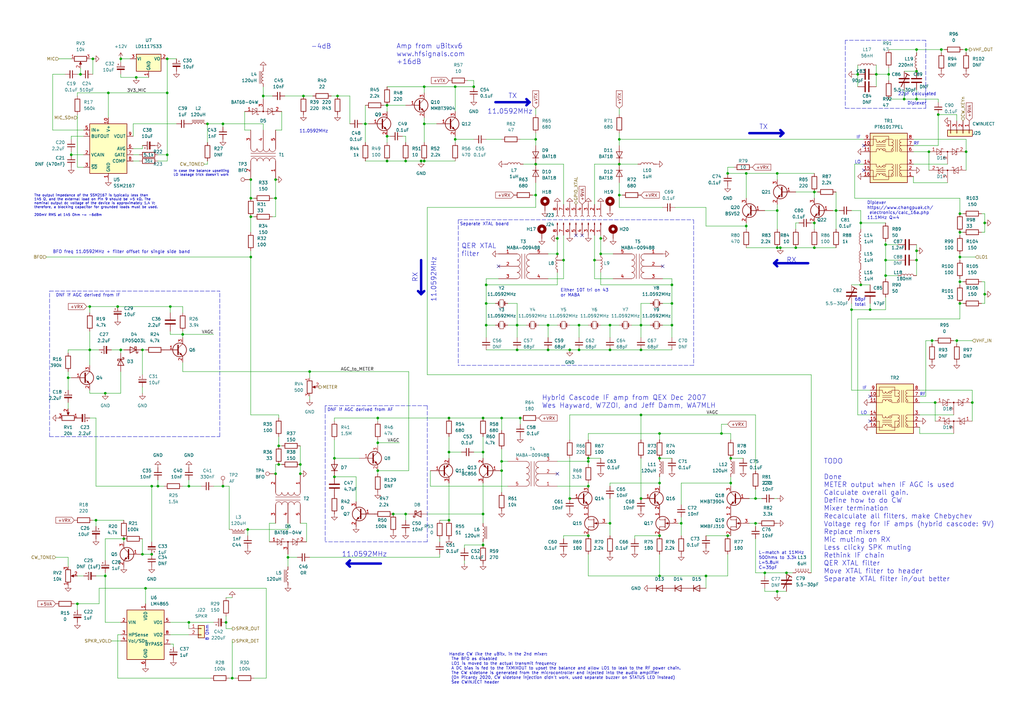
<source format=kicad_sch>
(kicad_sch (version 20211123) (generator eeschema)

  (uuid 0e592cd4-1950-44ef-9727-8e526f4c4e12)

  (paper "A3")

  (title_block
    (title "DART-70 TRX")
    (date "2023-02-02")
    (rev "0")
    (company "HB9EGM")
    (comment 1 "A 4m Band SSB/CW Transceiver")
    (comment 2 "Baseband")
  )

  

  (junction (at 68.58 24.13) (diameter 0) (color 0 0 0 0)
    (uuid 007433ed-6d80-48ba-9527-0a8470b6050a)
  )
  (junction (at 186.69 57.15) (diameter 0) (color 0 0 0 0)
    (uuid 0079a40d-5664-4eb5-a4a1-35e197c9e578)
  )
  (junction (at 172.72 66.04) (diameter 0) (color 0 0 0 0)
    (uuid 027f19f3-a3d5-4daa-a96e-c5d9a71c1df8)
  )
  (junction (at 158.75 55.88) (diameter 0) (color 0 0 0 0)
    (uuid 02d8bab6-e62a-43d8-ae0a-47eb8be52f66)
  )
  (junction (at 58.42 143.51) (diameter 0) (color 0 0 0 0)
    (uuid 059f4155-bed3-4fb2-9baa-d569f31b7e5d)
  )
  (junction (at 320.04 101.6) (diameter 0) (color 0 0 0 0)
    (uuid 076a6a07-11fa-4191-a538-035a47a6b026)
  )
  (junction (at 199.39 124.46) (diameter 0) (color 0 0 0 0)
    (uuid 08e3fbcd-b24c-43b5-a2a5-3ed606084464)
  )
  (junction (at 375.92 20.32) (diameter 0) (color 0 0 0 0)
    (uuid 0e0e432b-78ea-4677-9624-cfa175a66f05)
  )
  (junction (at 262.89 143.51) (diameter 0) (color 0 0 0 0)
    (uuid 0e565d2a-00bb-4f20-8e2e-0f824e8d2762)
  )
  (junction (at 356.87 127) (diameter 0) (color 0 0 0 0)
    (uuid 0e79f50c-6749-4775-a4f9-1113788b2e6b)
  )
  (junction (at 241.3 189.23) (diameter 0) (color 0 0 0 0)
    (uuid 0f8367d0-e4ea-40ae-8dac-4e16d60a532f)
  )
  (junction (at 298.45 71.12) (diameter 0) (color 0 0 0 0)
    (uuid 1012b60c-7995-4cf6-a029-e4cda1fc26a4)
  )
  (junction (at 39.37 213.36) (diameter 0) (color 0 0 0 0)
    (uuid 1761eacf-5516-4f80-af22-ca5c2f3d7629)
  )
  (junction (at 173.99 50.8) (diameter 0) (color 0 0 0 0)
    (uuid 17a2367e-a2ff-4b57-83ee-9ab25894ec97)
  )
  (junction (at 68.58 38.1) (diameter 0) (color 0 0 0 0)
    (uuid 18381db9-5d7f-4848-9a07-251ba865a202)
  )
  (junction (at 48.26 125.73) (diameter 0) (color 0 0 0 0)
    (uuid 1843d2c0-629c-44e7-8460-03ced60a2111)
  )
  (junction (at 334.01 101.6) (diameter 0) (color 0 0 0 0)
    (uuid 1938c685-27ac-44a9-aab4-2c6ed50b8ec7)
  )
  (junction (at 295.91 177.8) (diameter 0) (color 0 0 0 0)
    (uuid 1a164a1f-45a6-43b7-9b64-349463c23d37)
  )
  (junction (at 166.37 210.82) (diameter 0) (color 0 0 0 0)
    (uuid 1c038126-c738-4381-b698-5c33c4341ae8)
  )
  (junction (at 262.89 204.47) (diameter 0) (color 0 0 0 0)
    (uuid 1de51305-582b-4628-8092-75c3cf54eea0)
  )
  (junction (at 113.03 194.31) (diameter 0) (color 0 0 0 0)
    (uuid 1e5b8adc-bfe4-4d62-8fbb-b09ad198c5b6)
  )
  (junction (at 233.68 143.51) (diameter 0) (color 0 0 0 0)
    (uuid 210630ed-a720-499f-8ec9-3630627e1e05)
  )
  (junction (at 194.31 35.56) (diameter 0) (color 0 0 0 0)
    (uuid 222d63d3-68ff-4a04-b7c3-6efd5c4ab9e1)
  )
  (junction (at 381 62.23) (diameter 0) (color 0 0 0 0)
    (uuid 223b72c8-191b-4d26-8e73-2beb56cb0a2b)
  )
  (junction (at 298.45 219.71) (diameter 0) (color 0 0 0 0)
    (uuid 22f086a0-4e36-4832-8e1e-3bdb65f5c3f2)
  )
  (junction (at 212.09 143.51) (diameter 0) (color 0 0 0 0)
    (uuid 24fd922c-d488-4d61-b6dc-9d3e359ccc82)
  )
  (junction (at 299.72 187.96) (diameter 0) (color 0 0 0 0)
    (uuid 2583e10f-d237-4b6a-a35d-cff26f964496)
  )
  (junction (at 384.81 46.99) (diameter 0) (color 0 0 0 0)
    (uuid 2752e81c-fd78-4adc-8a3e-c2100d5bd7d7)
  )
  (junction (at 44.45 38.1) (diameter 0) (color 0 0 0 0)
    (uuid 2792ed93-89db-4e51-99ff-281323e776eb)
  )
  (junction (at 43.18 161.29) (diameter 0) (color 0 0 0 0)
    (uuid 2ac61f93-ebdb-4844-a9b1-76718596cd8a)
  )
  (junction (at 158.75 43.18) (diameter 0) (color 0 0 0 0)
    (uuid 2cd3680a-9e9d-4c97-9125-39c64a75e644)
  )
  (junction (at 270.51 198.12) (diameter 0) (color 0 0 0 0)
    (uuid 2d264e2f-7e31-4a17-86c5-13a68ab3ff7e)
  )
  (junction (at 363.22 106.68) (diameter 0) (color 0 0 0 0)
    (uuid 2fd14c3b-7e81-4330-b4b6-7d3b5d88fd5c)
  )
  (junction (at 393.7 115.57) (diameter 0) (color 0 0 0 0)
    (uuid 2fdc7923-56aa-4f0e-b559-e1b2e79c3c8f)
  )
  (junction (at 114.3 190.5) (diameter 0) (color 0 0 0 0)
    (uuid 30a877c2-a2d2-45b6-a8fa-8c4567fd5621)
  )
  (junction (at 382.27 139.7) (diameter 0) (color 0 0 0 0)
    (uuid 30dc039a-a902-4295-a2ea-7a00c6153126)
  )
  (junction (at 318.77 71.12) (diameter 0) (color 0 0 0 0)
    (uuid 315201dd-7991-408a-b65b-aa397fb29cdd)
  )
  (junction (at 38.1 24.13) (diameter 0) (color 0 0 0 0)
    (uuid 335263d3-7e35-4a9c-83c2-cd71d45f0688)
  )
  (junction (at 383.54 165.1) (diameter 0) (color 0 0 0 0)
    (uuid 3365c11b-b4a5-418d-85ee-41028926f18a)
  )
  (junction (at 351.79 30.48) (diameter 0) (color 0 0 0 0)
    (uuid 3b4c9779-bcad-4732-8142-8c3ab8d0419f)
  )
  (junction (at 173.99 35.56) (diameter 0) (color 0 0 0 0)
    (uuid 3bd6009a-f48b-4c66-92de-4d24549b4c7d)
  )
  (junction (at 161.29 210.82) (diameter 0) (color 0 0 0 0)
    (uuid 3bf0f30a-4c02-4011-9e56-5268cd9a18bc)
  )
  (junction (at 198.12 171.45) (diameter 0) (color 0 0 0 0)
    (uuid 3e9deac2-8e86-484c-b76a-a334d0715f66)
  )
  (junction (at 403.86 120.65) (diameter 0) (color 0 0 0 0)
    (uuid 3f6ba890-8616-4e68-b9d0-3d4eacc2e5c7)
  )
  (junction (at 375.92 106.68) (diameter 0) (color 0 0 0 0)
    (uuid 3fcecab3-b47b-4a8c-9fb9-b323af94bc6b)
  )
  (junction (at 173.99 66.04) (diameter 0) (color 0 0 0 0)
    (uuid 43c88063-044a-47b7-b010-f3fb76152eec)
  )
  (junction (at 375.92 102.87) (diameter 0) (color 0 0 0 0)
    (uuid 446196fa-4af3-4fe1-9348-f02489c61276)
  )
  (junction (at 199.39 133.35) (diameter 0) (color 0 0 0 0)
    (uuid 460147d8-e4b6-4910-88e9-07d1ddd6c2df)
  )
  (junction (at 219.71 57.15) (diameter 0) (color 0 0 0 0)
    (uuid 485f8372-6f58-431e-9419-bfc90ad67732)
  )
  (junction (at 364.49 30.48) (diameter 0) (color 0 0 0 0)
    (uuid 4b3ba67b-606d-4750-abb9-54a01fd7bc1a)
  )
  (junction (at 212.09 133.35) (diameter 0) (color 0 0 0 0)
    (uuid 4b982f8b-ca29-4ebf-88fc-8a50b24e0802)
  )
  (junction (at 359.41 30.48) (diameter 0) (color 0 0 0 0)
    (uuid 4bcbab50-174d-4a4b-8660-c13a99f4d953)
  )
  (junction (at 246.38 104.14) (diameter 0) (color 0 0 0 0)
    (uuid 4d4b296b-354c-4f54-8b98-a9fec52fa110)
  )
  (junction (at 375.92 29.21) (diameter 0) (color 0 0 0 0)
    (uuid 4dbafe87-53e2-4b1b-b9d1-f029995a0c51)
  )
  (junction (at 91.44 50.8) (diameter 0) (color 0 0 0 0)
    (uuid 4f100da6-d6f9-4b77-90f1-fda986c2ed73)
  )
  (junction (at 113.03 81.28) (diameter 0) (color 0 0 0 0)
    (uuid 4f661a6f-98d8-4461-9401-113364b1e3a8)
  )
  (junction (at 184.15 213.36) (diameter 0) (color 0 0 0 0)
    (uuid 510aabe6-d19e-45d2-9ee4-74f6d2e6df89)
  )
  (junction (at 393.7 87.63) (diameter 0) (color 0 0 0 0)
    (uuid 56e3e10b-0165-4e27-9816-f40b5bb7e426)
  )
  (junction (at 275.59 133.35) (diameter 0) (color 0 0 0 0)
    (uuid 5c4341e3-29f4-4014-ad6b-9b4cb50156a6)
  )
  (junction (at 246.38 97.79) (diameter 0) (color 0 0 0 0)
    (uuid 5d58706a-c013-405c-9112-847886006796)
  )
  (junction (at 262.89 133.35) (diameter 0) (color 0 0 0 0)
    (uuid 5dbda758-e74b-4ccf-ad68-495d537d68ba)
  )
  (junction (at 275.59 124.46) (diameter 0) (color 0 0 0 0)
    (uuid 5fc44bfc-3a32-42f5-89ff-303d655beeb1)
  )
  (junction (at 198.12 223.52) (diameter 0) (color 0 0 0 0)
    (uuid 611c0051-64b3-4ff6-b51a-6ea814324060)
  )
  (junction (at 69.85 125.73) (diameter 0) (color 0 0 0 0)
    (uuid 62ed984b-c070-4de1-bd86-30aeb09fb9cd)
  )
  (junction (at 326.39 101.6) (diameter 0) (color 0 0 0 0)
    (uuid 6333a58f-0905-40bf-8806-a9405483f292)
  )
  (junction (at 138.43 39.37) (diameter 0) (color 0 0 0 0)
    (uuid 67d87795-1d4f-4f21-9afa-f7da30e8b867)
  )
  (junction (at 342.9 86.36) (diameter 0) (color 0 0 0 0)
    (uuid 6bdd7ca9-a767-4e33-bf37-498b319fce63)
  )
  (junction (at 102.87 88.9) (diameter 0) (color 0 0 0 0)
    (uuid 6e61ed05-4ce2-4d6e-b300-e8935e213361)
  )
  (junction (at 62.23 227.33) (diameter 0) (color 0 0 0 0)
    (uuid 707b1436-6255-4e74-ac3c-e365f258d4c7)
  )
  (junction (at 270.51 236.22) (diameter 0) (color 0 0 0 0)
    (uuid 711716b4-cb3c-40a8-915f-7a9cd1c1a345)
  )
  (junction (at 306.07 92.71) (diameter 0) (color 0 0 0 0)
    (uuid 71548298-edf3-48ed-bda9-4f920bb3ffda)
  )
  (junction (at 334.01 91.44) (diameter 0) (color 0 0 0 0)
    (uuid 7203aae8-7ab5-4754-be1f-92fd79bf7883)
  )
  (junction (at 228.6 104.14) (diameter 0) (color 0 0 0 0)
    (uuid 7292e3c7-8290-4fad-a17c-92a17c78ac6c)
  )
  (junction (at 127 152.4) (diameter 0) (color 0 0 0 0)
    (uuid 76f10a7e-8bc4-4240-8e23-1f6453db5228)
  )
  (junction (at 254 57.15) (diameter 0) (color 0 0 0 0)
    (uuid 782fd8fa-9fb0-44b6-bdfd-23367a676327)
  )
  (junction (at 299.72 198.12) (diameter 0) (color 0 0 0 0)
    (uuid 79aa4561-3272-488a-aacc-d24a783bf3fa)
  )
  (junction (at 393.7 105.41) (diameter 0) (color 0 0 0 0)
    (uuid 88658da7-484b-4fb1-bd87-cf0fe9fbbc98)
  )
  (junction (at 318.77 86.36) (diameter 0) (color 0 0 0 0)
    (uuid 897a30bd-82ab-4191-9e1c-88c95eb420c0)
  )
  (junction (at 205.74 171.45) (diameter 0) (color 0 0 0 0)
    (uuid 89924c9d-894c-4783-bb98-91fe4fffc426)
  )
  (junction (at 363.22 100.33) (diameter 0) (color 0 0 0 0)
    (uuid 89a0992d-b4b4-4a98-9018-0c3e3ac7c4ed)
  )
  (junction (at 403.86 91.44) (diameter 0) (color 0 0 0 0)
    (uuid 8a030abd-885a-4b15-b74a-b44dc2b6c7d7)
  )
  (junction (at 334.01 78.74) (diameter 0) (color 0 0 0 0)
    (uuid 8cad30c6-cd21-4b04-8aa8-5dfd9876668a)
  )
  (junction (at 370.84 40.64) (diameter 0) (color 0 0 0 0)
    (uuid 8d45f61e-b48a-4d9a-9705-81179d1cee29)
  )
  (junction (at 92.71 255.27) (diameter 0) (color 0 0 0 0)
    (uuid 8d612602-5cc8-45dd-a943-2a29be4b9ede)
  )
  (junction (at 102.87 81.28) (diameter 0) (color 0 0 0 0)
    (uuid 8edc9989-feda-4190-96e8-8ba0ca953891)
  )
  (junction (at 43.18 236.22) (diameter 0) (color 0 0 0 0)
    (uuid 8f57152a-781e-4e8e-b36c-e81f9a864e3b)
  )
  (junction (at 49.53 24.13) (diameter 0) (color 0 0 0 0)
    (uuid 8fd35ceb-d608-4169-ae56-e892681304a9)
  )
  (junction (at 250.19 214.63) (diameter 0) (color 0 0 0 0)
    (uuid 91049a94-ccf8-463e-ab05-8a76a56be653)
  )
  (junction (at 309.88 214.63) (diameter 0) (color 0 0 0 0)
    (uuid 9134413a-edf3-40ce-9ec2-93a536746842)
  )
  (junction (at 318.77 242.57) (diameter 0) (color 0 0 0 0)
    (uuid 92b5166e-7b6a-4c31-94b5-b9d3f56f30b6)
  )
  (junction (at 205.74 189.23) (diameter 0) (color 0 0 0 0)
    (uuid 94a7e072-a853-4895-a974-0e863ac9edc2)
  )
  (junction (at 113.03 73.66) (diameter 0) (color 0 0 0 0)
    (uuid 9501ad82-8c5c-4bd6-a4e5-d738b7099508)
  )
  (junction (at 224.79 133.35) (diameter 0) (color 0 0 0 0)
    (uuid 9666bb6a-0c1d-4c92-be6d-94a465ec5c51)
  )
  (junction (at 64.77 199.39) (diameter 0) (color 0 0 0 0)
    (uuid 97e09b83-0572-4634-8ce7-0a86f1339fd8)
  )
  (junction (at 107.95 39.37) (diameter 0) (color 0 0 0 0)
    (uuid 983034d1-18ea-4dac-8753-9630cc5e0592)
  )
  (junction (at 386.08 20.32) (diameter 0) (color 0 0 0 0)
    (uuid 9873db56-1f37-4fe2-98ad-60e4c87af40c)
  )
  (junction (at 275.59 116.84) (diameter 0) (color 0 0 0 0)
    (uuid 9918dbb5-067b-4f72-a60f-e99dd790b7bf)
  )
  (junction (at 270.51 177.8) (diameter 0) (color 0 0 0 0)
    (uuid 994aaeb0-a945-4297-8f22-64b15ec2470b)
  )
  (junction (at 254 80.01) (diameter 0) (color 0 0 0 0)
    (uuid 99c68e22-79ac-4df3-82ed-69d5274feb54)
  )
  (junction (at 363.22 113.03) (diameter 0) (color 0 0 0 0)
    (uuid 9a438e91-12f1-4003-9587-51635f0ae695)
  )
  (junction (at 219.71 80.01) (diameter 0) (color 0 0 0 0)
    (uuid 9cae7022-94ae-4784-b773-30ffde5822a7)
  )
  (junction (at 102.87 73.66) (diameter 0) (color 0 0 0 0)
    (uuid 9d0f1857-3b05-4e01-b461-94289f64ce4a)
  )
  (junction (at 123.19 194.31) (diameter 0) (color 0 0 0 0)
    (uuid 9d1032f1-04b7-4a45-a406-c5f306a5a4a3)
  )
  (junction (at 154.94 193.04) (diameter 0) (color 0 0 0 0)
    (uuid a31e2cb7-a272-450b-beca-1b3c3565662d)
  )
  (junction (at 393.7 95.25) (diameter 0) (color 0 0 0 0)
    (uuid a4615cb6-40e1-4e6b-aa44-484a7357f4a4)
  )
  (junction (at 198.12 185.42) (diameter 0) (color 0 0 0 0)
    (uuid a4ec02e9-e140-4dcc-958f-47f7624526cb)
  )
  (junction (at 36.83 125.73) (diameter 0) (color 0 0 0 0)
    (uuid a65cad0c-0ef1-4ea5-a965-4eae7ac1f6af)
  )
  (junction (at 231.14 106.68) (diameter 0) (color 0 0 0 0)
    (uuid a662cdd6-a57e-4364-b8b3-c025c426c5be)
  )
  (junction (at 31.75 247.65) (diameter 0) (color 0 0 0 0)
    (uuid a69f72c8-ce0f-4293-bf44-c6832495c836)
  )
  (junction (at 77.47 199.39) (diameter 0) (color 0 0 0 0)
    (uuid a7cad282-51c3-4f24-be5e-311c2c5e959b)
  )
  (junction (at 137.16 195.58) (diameter 0) (color 0 0 0 0)
    (uuid a8675aa5-24f4-4a65-9564-259800e24a61)
  )
  (junction (at 228.6 97.79) (diameter 0) (color 0 0 0 0)
    (uuid aa537d78-628c-458e-8a08-c2dae82aca82)
  )
  (junction (at 318.77 101.6) (diameter 0) (color 0 0 0 0)
    (uuid aad5fe2f-2964-4c2f-90b5-8ec10e02fb70)
  )
  (junction (at 158.75 66.04) (diameter 0) (color 0 0 0 0)
    (uuid ab5a5163-9113-4726-bc7a-7e25f5bcb137)
  )
  (junction (at 27.94 154.94) (diameter 0) (color 0 0 0 0)
    (uuid ac0e5582-f44c-4bc2-8ae7-2c3f1115fb00)
  )
  (junction (at 33.02 30.48) (diameter 0) (color 0 0 0 0)
    (uuid ad2d033c-4040-4813-b5da-82cf827f9d86)
  )
  (junction (at 237.49 133.35) (diameter 0) (color 0 0 0 0)
    (uuid ad485fa9-ca4c-467a-b6d9-302ae2ec4eaa)
  )
  (junction (at 91.44 199.39) (diameter 0) (color 0 0 0 0)
    (uuid ae4c18cc-90ed-4d31-b27a-ee22bf49a14e)
  )
  (junction (at 237.49 143.51) (diameter 0) (color 0 0 0 0)
    (uuid aed41e50-066a-4d5d-9b35-33c86a58f817)
  )
  (junction (at 309.88 204.47) (diameter 0) (color 0 0 0 0)
    (uuid b046cbfe-7bd9-4ac8-9c60-a84b90a07076)
  )
  (junction (at 198.12 210.82) (diameter 0) (color 0 0 0 0)
    (uuid b0bd599f-5320-4de4-9844-b1248597f45d)
  )
  (junction (at 59.69 241.3) (diameter 0) (color 0 0 0 0)
    (uuid b2c93e47-1b35-4bce-b217-c95c59af9fea)
  )
  (junction (at 102.87 105.41) (diameter 0) (color 0 0 0 0)
    (uuid b2fc5a98-a9c8-4ffb-bf05-9a95788a6f6e)
  )
  (junction (at 199.39 116.84) (diameter 0) (color 0 0 0 0)
    (uuid b3ba518e-938d-434b-8f72-5ecf3fd42313)
  )
  (junction (at 154.94 181.61) (diameter 0) (color 0 0 0 0)
    (uuid b52e2ac1-1ad4-4299-a3b7-5950aeda9b09)
  )
  (junction (at 219.71 67.31) (diameter 0) (color 0 0 0 0)
    (uuid b55942a4-2e67-4c91-a2e2-17d287af1b39)
  )
  (junction (at 58.42 227.33) (diameter 0) (color 0 0 0 0)
    (uuid b67c5032-3958-4f67-8cff-2bc749aa2559)
  )
  (junction (at 68.58 63.5) (diameter 0) (color 0 0 0 0)
    (uuid b6a3e709-356a-4a55-ac00-07ba73afac37)
  )
  (junction (at 313.69 234.95) (diameter 0) (color 0 0 0 0)
    (uuid b7b0b83f-2dad-41a6-8e3b-dd0617021680)
  )
  (junction (at 233.68 204.47) (diameter 0) (color 0 0 0 0)
    (uuid bb8fc86a-138e-468d-a6f3-4d425bea2798)
  )
  (junction (at 241.3 199.39) (diameter 0) (color 0 0 0 0)
    (uuid bcb7b50e-e30b-4748-9ad3-15fd19268fd8)
  )
  (junction (at 270.51 187.96) (diameter 0) (color 0 0 0 0)
    (uuid bdd38f4a-d1f5-49ea-86a0-7074369f7406)
  )
  (junction (at 101.6 217.17) (diameter 0) (color 0 0 0 0)
    (uuid bf1cf86a-4cef-455a-b67c-093dbb9970e5)
  )
  (junction (at 95.25 278.13) (diameter 0) (color 0 0 0 0)
    (uuid bff74fb8-2e53-4140-9d30-8bb9b336dda4)
  )
  (junction (at 50.8 220.98) (diameter 0) (color 0 0 0 0)
    (uuid c07980be-125c-4459-be81-f2b8371f5ae2)
  )
  (junction (at 205.74 193.04) (diameter 0) (color 0 0 0 0)
    (uuid c41a688f-80a3-4252-bb37-134631846db3)
  )
  (junction (at 250.19 143.51) (diameter 0) (color 0 0 0 0)
    (uuid c8816f2b-d043-4f02-8988-815e5e7435ee)
  )
  (junction (at 118.11 228.6) (diameter 0) (color 0 0 0 0)
    (uuid c8c4fbfe-4e9c-445d-882a-7f1bac80adc8)
  )
  (junction (at 250.19 133.35) (diameter 0) (color 0 0 0 0)
    (uuid ca2ddb3d-eff7-4148-ac57-d5c14ba8be31)
  )
  (junction (at 55.88 31.75) (diameter 0) (color 0 0 0 0)
    (uuid ca3e4813-ee52-41fc-be54-f33d5d572e76)
  )
  (junction (at 393.7 124.46) (diameter 0) (color 0 0 0 0)
    (uuid ca5a4e59-a0d9-41f3-a4f9-8e9003dc636c)
  )
  (junction (at 241.3 187.96) (diameter 0) (color 0 0 0 0)
    (uuid cf4a7a0f-4b62-4a14-8810-1f9be9bb8bca)
  )
  (junction (at 375.92 40.64) (diameter 0) (color 0 0 0 0)
    (uuid cfd26f0b-c959-40e8-8a7e-48204bb5c64f)
  )
  (junction (at 224.79 143.51) (diameter 0) (color 0 0 0 0)
    (uuid d3e01bdf-5c14-407f-80a1-1d934fc04fab)
  )
  (junction (at 149.86 50.8) (diameter 0) (color 0 0 0 0)
    (uuid d46cfddd-ae59-45a8-a05e-501b77d91351)
  )
  (junction (at 124.46 39.37) (diameter 0) (color 0 0 0 0)
    (uuid d47b6e93-2883-4b61-9107-b49e482eb126)
  )
  (junction (at 270.51 219.71) (diameter 0) (color 0 0 0 0)
    (uuid d5fa5081-044e-4305-8f5d-d2a56bf86d29)
  )
  (junction (at 77.47 255.27) (diameter 0) (color 0 0 0 0)
    (uuid d6fda246-3399-48cd-8a06-99bbdf8c75e4)
  )
  (junction (at 241.3 219.71) (diameter 0) (color 0 0 0 0)
    (uuid d703d54e-2823-4563-98c8-59d8b8b54fec)
  )
  (junction (at 166.37 66.04) (diameter 0) (color 0 0 0 0)
    (uuid d774c163-0e71-4e59-99e8-33a6c910c00d)
  )
  (junction (at 62.23 199.39) (diameter 0) (color 0 0 0 0)
    (uuid d7d4c350-2318-4a09-b921-0a78963f6666)
  )
  (junction (at 254 67.31) (diameter 0) (color 0 0 0 0)
    (uuid d964cb21-9482-4b14-9981-964030a476a5)
  )
  (junction (at 396.24 62.23) (diameter 0) (color 0 0 0 0)
    (uuid daa9b5c5-21a2-4482-b81a-69bb9f749fb7)
  )
  (junction (at 186.69 35.56) (diameter 0) (color 0 0 0 0)
    (uuid dcdfeb28-863e-4a43-ad64-f6e45863b4d7)
  )
  (junction (at 213.36 171.45) (diameter 0) (color 0 0 0 0)
    (uuid ddaaa428-40ee-45ee-a789-6961e25a11bb)
  )
  (junction (at 392.43 139.7) (diameter 0) (color 0 0 0 0)
    (uuid de1eb50d-ef90-4d0d-a112-fc865a422b99)
  )
  (junction (at 289.56 236.22) (diameter 0) (color 0 0 0 0)
    (uuid df231e82-dc0c-49c1-a01b-d2be84591ff3)
  )
  (junction (at 322.58 234.95) (diameter 0) (color 0 0 0 0)
    (uuid e15f6002-d342-413a-a773-225c5f4cfb04)
  )
  (junction (at 396.24 20.32) (diameter 0) (color 0 0 0 0)
    (uuid e2d27bd1-d4c5-4321-a13b-160cb2d6015d)
  )
  (junction (at 49.53 143.51) (diameter 0) (color 0 0 0 0)
    (uuid e3903eeb-8b72-4b40-a088-cbbba270c01b)
  )
  (junction (at 184.15 171.45) (diameter 0) (color 0 0 0 0)
    (uuid e68e2295-e5ad-41e7-931d-7bf2c40e2981)
  )
  (junction (at 279.4 214.63) (diameter 0) (color 0 0 0 0)
    (uuid e736b041-4756-4726-980f-1b93cf00a2ad)
  )
  (junction (at 243.84 106.68) (diameter 0) (color 0 0 0 0)
    (uuid e7eee956-d2ad-4d33-9823-9759f9a8aab1)
  )
  (junction (at 74.93 137.16) (diameter 0) (color 0 0 0 0)
    (uuid e8558fbd-ea42-43a6-966a-7bd304bdfaad)
  )
  (junction (at 353.06 91.44) (diameter 0) (color 0 0 0 0)
    (uuid e8822f44-e7ca-47f3-a9bc-951244c889e7)
  )
  (junction (at 36.83 143.51) (diameter 0) (color 0 0 0 0)
    (uuid eac540a2-0555-4530-b9cb-9b037a65c0a7)
  )
  (junction (at 114.3 182.88) (diameter 0) (color 0 0 0 0)
    (uuid eb3c65f0-3082-4c13-98c1-cac8dc7eccac)
  )
  (junction (at 137.16 187.96) (diameter 0) (color 0 0 0 0)
    (uuid ecba702e-9fb5-4bd7-9b08-5197492ec54b)
  )
  (junction (at 349.25 127) (diameter 0) (color 0 0 0 0)
    (uuid ef4c798c-4721-49f1-8016-e362a6672715)
  )
  (junction (at 398.78 165.1) (diameter 0) (color 0 0 0 0)
    (uuid efac21da-3f93-4ae4-bab8-dbdec293c35e)
  )
  (junction (at 306.07 71.12) (diameter 0) (color 0 0 0 0)
    (uuid f02e930f-fe1a-4921-a9df-ee330f41d2bd)
  )
  (junction (at 154.94 171.45) (diameter 0) (color 0 0 0 0)
    (uuid f1a9e2a2-6347-4852-b335-cf8402c433a4)
  )
  (junction (at 353.06 116.84) (diameter 0) (color 0 0 0 0)
    (uuid f22dadd7-4a1b-4449-b981-cbbeced9fbc5)
  )
  (junction (at 85.09 50.8) (diameter 0) (color 0 0 0 0)
    (uuid f9362574-7797-4e6e-9765-e515232ee831)
  )
  (junction (at 184.15 185.42) (diameter 0) (color 0 0 0 0)
    (uuid fb5d1a59-18d1-49ea-b504-10e76cce8897)
  )
  (junction (at 123.19 190.5) (diameter 0) (color 0 0 0 0)
    (uuid fbe71f6a-7e5a-41f1-9e6e-b2e94d49a3bc)
  )
  (junction (at 29.21 63.5) (diameter 0) (color 0 0 0 0)
    (uuid fe2b05f5-675b-44d0-956c-c5829b7c692a)
  )
  (junction (at 262.89 170.18) (diameter 0) (color 0 0 0 0)
    (uuid fe2ce942-d4c5-4b3f-a09e-cda9276450f6)
  )

  (no_connect (at 356.87 172.72) (uuid 112718f1-f222-4c50-a4f0-a42dabd066b7))
  (no_connect (at 236.22 96.52) (uuid 2b99a1e6-5f67-436f-9ed5-38e8bfd4c142))
  (no_connect (at 354.33 69.85) (uuid 36cd8509-4b06-4001-aa2f-00b548cb4477))
  (no_connect (at 204.47 109.22) (uuid 4866aeb4-d287-46eb-8d15-c55d9c708490))
  (no_connect (at 354.33 59.69) (uuid 6226f2ac-b9bf-4733-a388-cd49aa6934ae))
  (no_connect (at 356.87 162.56) (uuid 69a2fbd1-0689-4722-b099-d7d4b3a2c805))
  (no_connect (at 271.78 109.22) (uuid 8a4c8ee9-530e-4698-8694-1dcab411e819))
  (no_connect (at 228.6 194.31) (uuid afdb3662-3196-4d9d-b0e8-7f416bb5cd4f))
  (no_connect (at 238.76 96.52) (uuid ee08a6c2-528a-478b-9089-08fe9a37ec7e))

  (wire (pts (xy 403.86 87.63) (xy 403.86 91.44))
    (stroke (width 0) (type default) (color 0 0 0 0))
    (uuid 006436ec-9ab2-4589-83be-4667e52db3bf)
  )
  (wire (pts (xy 205.74 171.45) (xy 205.74 176.53))
    (stroke (width 0) (type default) (color 0 0 0 0))
    (uuid 00c27d59-c437-4bee-9cde-cbd48a34e31b)
  )
  (wire (pts (xy 318.77 83.82) (xy 318.77 86.36))
    (stroke (width 0) (type default) (color 0 0 0 0))
    (uuid 00cf6024-5820-4cff-8981-5be2b438caf3)
  )
  (wire (pts (xy 87.63 199.39) (xy 91.44 199.39))
    (stroke (width 0) (type default) (color 0 0 0 0))
    (uuid 0113fe75-9787-49bd-865f-03242ce2a366)
  )
  (wire (pts (xy 219.71 57.15) (xy 219.71 54.61))
    (stroke (width 0) (type default) (color 0 0 0 0))
    (uuid 0125f083-fa2b-4a11-85be-7853b609b001)
  )
  (wire (pts (xy 359.41 30.48) (xy 359.41 35.56))
    (stroke (width 0) (type default) (color 0 0 0 0))
    (uuid 01c67c04-8ed4-481b-b382-ac69e0a55001)
  )
  (wire (pts (xy 68.58 66.04) (xy 64.77 66.04))
    (stroke (width 0) (type default) (color 0 0 0 0))
    (uuid 01caafb3-af8a-4642-870c-c290b286d040)
  )
  (wire (pts (xy 219.71 74.93) (xy 219.71 80.01))
    (stroke (width 0) (type default) (color 0 0 0 0))
    (uuid 01cceb30-c85f-4510-b324-8d17341fc730)
  )
  (wire (pts (xy 166.37 43.18) (xy 158.75 43.18))
    (stroke (width 0) (type default) (color 0 0 0 0))
    (uuid 01f0181c-303d-46c7-ba34-20eee1c48cd1)
  )
  (wire (pts (xy 173.99 50.8) (xy 179.07 50.8))
    (stroke (width 0) (type default) (color 0 0 0 0))
    (uuid 0222c276-ce98-44cf-9ac7-d0d00163570d)
  )
  (wire (pts (xy 190.5 231.14) (xy 190.5 229.87))
    (stroke (width 0) (type default) (color 0 0 0 0))
    (uuid 027fc545-8a42-4646-8424-467711418116)
  )
  (wire (pts (xy 114.3 170.18) (xy 114.3 171.45))
    (stroke (width 0) (type default) (color 0 0 0 0))
    (uuid 0332aa97-cadc-4e7a-b8af-ca59e255597d)
  )
  (wire (pts (xy 173.99 66.04) (xy 186.69 66.04))
    (stroke (width 0) (type default) (color 0 0 0 0))
    (uuid 035d062f-f875-4853-8ca1-a348c3967bb1)
  )
  (wire (pts (xy 113.03 214.63) (xy 110.49 214.63))
    (stroke (width 0) (type default) (color 0 0 0 0))
    (uuid 03b7756f-0559-43eb-b24d-3aefa5a15899)
  )
  (wire (pts (xy 394.97 20.32) (xy 396.24 20.32))
    (stroke (width 0) (type default) (color 0 0 0 0))
    (uuid 03ce6745-00b2-4d2b-bad7-eb9745172859)
  )
  (wire (pts (xy 166.37 210.82) (xy 161.29 210.82))
    (stroke (width 0) (type default) (color 0 0 0 0))
    (uuid 03dd13e2-d89f-47ed-8a2f-ce75e7a97ef3)
  )
  (wire (pts (xy 262.89 133.35) (xy 266.7 133.35))
    (stroke (width 0) (type default) (color 0 0 0 0))
    (uuid 042fe62b-53aa-4e86-97d0-9ccb1e16a895)
  )
  (wire (pts (xy 379.73 139.7) (xy 382.27 139.7))
    (stroke (width 0) (type default) (color 0 0 0 0))
    (uuid 0437af13-5b81-4e18-82d5-0ec28c5d895f)
  )
  (wire (pts (xy 374.65 74.93) (xy 374.65 72.39))
    (stroke (width 0) (type default) (color 0 0 0 0))
    (uuid 047a18ce-9e77-4d7d-a9ce-60b21f671177)
  )
  (wire (pts (xy 31.75 68.58) (xy 34.29 68.58))
    (stroke (width 0) (type default) (color 0 0 0 0))
    (uuid 04868f85-bc69-4fa9-8e62-d78ffe5ae58e)
  )
  (wire (pts (xy 396.24 20.32) (xy 397.51 20.32))
    (stroke (width 0) (type default) (color 0 0 0 0))
    (uuid 04ef368b-f4e9-48da-956c-ee93cb3d01e8)
  )
  (wire (pts (xy 363.22 106.68) (xy 363.22 113.03))
    (stroke (width 0) (type default) (color 0 0 0 0))
    (uuid 05ddadd4-94df-4d6a-b500-ff320675ba33)
  )
  (wire (pts (xy 241.3 227.33) (xy 241.3 236.22))
    (stroke (width 0) (type default) (color 0 0 0 0))
    (uuid 066671d9-1fdf-4a05-a7e7-cadb7d44b89f)
  )
  (wire (pts (xy 356.87 124.46) (xy 356.87 127))
    (stroke (width 0) (type default) (color 0 0 0 0))
    (uuid 06fedb5b-65dd-4aa0-9e2d-b04e5a505f26)
  )
  (wire (pts (xy 208.28 124.46) (xy 212.09 124.46))
    (stroke (width 0) (type default) (color 0 0 0 0))
    (uuid 082d865b-0a4e-49c3-b18b-be47fd4a465a)
  )
  (wire (pts (xy 382.27 139.7) (xy 383.54 139.7))
    (stroke (width 0) (type default) (color 0 0 0 0))
    (uuid 0830aef1-c986-42f8-ba6a-a3fcacbf0210)
  )
  (wire (pts (xy 309.88 234.95) (xy 309.88 220.98))
    (stroke (width 0) (type default) (color 0 0 0 0))
    (uuid 08c8f1b4-737d-438b-967e-a77cce3833c0)
  )
  (wire (pts (xy 58.42 143.51) (xy 58.42 153.67))
    (stroke (width 0) (type default) (color 0 0 0 0))
    (uuid 09321bf4-1ea1-49b5-b1f9-ac29d6606a74)
  )
  (wire (pts (xy 173.99 35.56) (xy 186.69 35.56))
    (stroke (width 0) (type default) (color 0 0 0 0))
    (uuid 0943dfff-08fd-4176-a97a-8e271f47b148)
  )
  (wire (pts (xy 393.7 105.41) (xy 393.7 104.14))
    (stroke (width 0) (type default) (color 0 0 0 0))
    (uuid 09aa0d32-f4dc-42fd-a756-e1229737bd34)
  )
  (wire (pts (xy 289.56 236.22) (xy 289.56 241.3))
    (stroke (width 0) (type default) (color 0 0 0 0))
    (uuid 0a0c053c-54e0-4f14-b909-036d0c5fbf08)
  )
  (wire (pts (xy 158.75 43.18) (xy 158.75 45.72))
    (stroke (width 0) (type default) (color 0 0 0 0))
    (uuid 0a80373e-7854-41a7-8441-30fd81967887)
  )
  (wire (pts (xy 254 74.93) (xy 254 80.01))
    (stroke (width 0) (type default) (color 0 0 0 0))
    (uuid 0a9f993d-d83a-4cdc-bae3-0f40dd545220)
  )
  (wire (pts (xy 279.4 198.12) (xy 299.72 198.12))
    (stroke (width 0) (type default) (color 0 0 0 0))
    (uuid 0b5e9f79-a50b-4078-b2be-eff1d45ab7fc)
  )
  (wire (pts (xy 219.71 80.01) (xy 219.71 85.09))
    (stroke (width 0) (type default) (color 0 0 0 0))
    (uuid 0c3bb475-57a3-4465-801b-1823c9a733cc)
  )
  (wire (pts (xy 309.88 234.95) (xy 313.69 234.95))
    (stroke (width 0) (type default) (color 0 0 0 0))
    (uuid 0dc79dd3-c584-4173-b914-e6a8bcd18e45)
  )
  (wire (pts (xy 36.83 135.89) (xy 36.83 143.51))
    (stroke (width 0) (type default) (color 0 0 0 0))
    (uuid 0e1c6bbc-4cc4-4ce9-b48a-8292bb286da8)
  )
  (wire (pts (xy 246.38 97.79) (xy 246.38 96.52))
    (stroke (width 0) (type default) (color 0 0 0 0))
    (uuid 0f4b5c7f-79aa-4c46-b222-58e7e288b195)
  )
  (wire (pts (xy 33.02 27.94) (xy 33.02 30.48))
    (stroke (width 0) (type default) (color 0 0 0 0))
    (uuid 100847e3-630c-4c13-ba45-180e92370805)
  )
  (wire (pts (xy 318.77 71.12) (xy 318.77 73.66))
    (stroke (width 0) (type default) (color 0 0 0 0))
    (uuid 10ef0d40-b427-4fac-bff7-e8ca2d279fd2)
  )
  (wire (pts (xy 166.37 66.04) (xy 172.72 66.04))
    (stroke (width 0) (type default) (color 0 0 0 0))
    (uuid 11ac1ac8-72b6-43ed-915e-50f87561daf8)
  )
  (wire (pts (xy 107.95 50.8) (xy 91.44 50.8))
    (stroke (width 0) (type default) (color 0 0 0 0))
    (uuid 12340fb8-cd9c-4069-beec-13d4d2ea0d99)
  )
  (polyline (pts (xy 307.34 54.61) (xy 321.31 54.61))
    (stroke (width 1) (type solid) (color 0 0 0 0))
    (uuid 1281d63b-9c8c-4454-9b2d-0bbbc27e2ae7)
  )

  (wire (pts (xy 44.45 38.1) (xy 68.58 38.1))
    (stroke (width 0) (type default) (color 0 0 0 0))
    (uuid 12e17856-cd8c-41a8-bb2e-9faca10b0973)
  )
  (wire (pts (xy 393.7 130.81) (xy 351.79 130.81))
    (stroke (width 0) (type default) (color 0 0 0 0))
    (uuid 15352954-5a6d-4167-94e3-a8475b279783)
  )
  (wire (pts (xy 43.18 234.95) (xy 43.18 236.22))
    (stroke (width 0) (type default) (color 0 0 0 0))
    (uuid 15e1025c-faeb-49ff-aaa3-6ba9acaabd98)
  )
  (wire (pts (xy 137.16 172.72) (xy 137.16 171.45))
    (stroke (width 0) (type default) (color 0 0 0 0))
    (uuid 1606d99f-0508-4f2e-b63b-47e62c4312ee)
  )
  (wire (pts (xy 386.08 21.59) (xy 386.08 20.32))
    (stroke (width 0) (type default) (color 0 0 0 0))
    (uuid 16070e3c-2cc9-4d09-bef3-8ceccb63947e)
  )
  (wire (pts (xy 36.83 125.73) (xy 36.83 128.27))
    (stroke (width 0) (type default) (color 0 0 0 0))
    (uuid 16aa2316-1a67-45e5-b6c4-e59dd85814f4)
  )
  (wire (pts (xy 334.01 71.12) (xy 318.77 71.12))
    (stroke (width 0) (type default) (color 0 0 0 0))
    (uuid 16b8184d-4364-4664-b33c-1e355c0b0e6c)
  )
  (wire (pts (xy 298.45 68.58) (xy 298.45 71.12))
    (stroke (width 0) (type default) (color 0 0 0 0))
    (uuid 171c47c2-e63c-45a5-b02c-078b78214786)
  )
  (wire (pts (xy 115.57 182.88) (xy 114.3 182.88))
    (stroke (width 0) (type default) (color 0 0 0 0))
    (uuid 17c93850-5ebd-4f0d-b8eb-52bf14b01af4)
  )
  (wire (pts (xy 186.69 35.56) (xy 194.31 35.56))
    (stroke (width 0) (type default) (color 0 0 0 0))
    (uuid 18723066-b973-43bf-8bbf-4c210121a928)
  )
  (wire (pts (xy 334.01 78.74) (xy 334.01 81.28))
    (stroke (width 0) (type default) (color 0 0 0 0))
    (uuid 189610aa-2967-4418-8b8b-b36bdf6bc60b)
  )
  (wire (pts (xy 375.92 100.33) (xy 375.92 102.87))
    (stroke (width 0) (type default) (color 0 0 0 0))
    (uuid 19028db1-670b-4d84-9d20-5aa2f8585dd7)
  )
  (wire (pts (xy 342.9 101.6) (xy 334.01 101.6))
    (stroke (width 0) (type default) (color 0 0 0 0))
    (uuid 1966977a-39df-4890-91de-0e8ae767b0a0)
  )
  (wire (pts (xy 186.69 57.15) (xy 194.31 57.15))
    (stroke (width 0) (type default) (color 0 0 0 0))
    (uuid 19a56892-f9d5-4508-ab75-59721c555275)
  )
  (wire (pts (xy 313.69 242.57) (xy 313.69 241.3))
    (stroke (width 0) (type default) (color 0 0 0 0))
    (uuid 1a255025-6cad-4a3e-8763-c9c3ba585d53)
  )
  (wire (pts (xy 326.39 101.6) (xy 320.04 101.6))
    (stroke (width 0) (type default) (color 0 0 0 0))
    (uuid 1a86e987-6d08-4b7a-b2e3-f89b9863e895)
  )
  (wire (pts (xy 146.05 195.58) (xy 146.05 205.74))
    (stroke (width 0) (type default) (color 0 0 0 0))
    (uuid 1a9613ab-fb34-4a02-8365-aadaa421dfaf)
  )
  (wire (pts (xy 27.94 143.51) (xy 36.83 143.51))
    (stroke (width 0) (type default) (color 0 0 0 0))
    (uuid 1a9f0d73-6986-450b-8da5-dca8d718cd0d)
  )
  (wire (pts (xy 375.92 20.32) (xy 386.08 20.32))
    (stroke (width 0) (type default) (color 0 0 0 0))
    (uuid 1b89864d-e042-4259-99ab-c96136a33a11)
  )
  (wire (pts (xy 350.52 67.31) (xy 350.52 81.28))
    (stroke (width 0) (type default) (color 0 0 0 0))
    (uuid 1c0378fb-8fa4-4942-8a64-86b9252ef636)
  )
  (wire (pts (xy 262.89 143.51) (xy 275.59 143.51))
    (stroke (width 0) (type default) (color 0 0 0 0))
    (uuid 1d8cbdb8-b0d5-4f06-84c8-05770b7e9555)
  )
  (wire (pts (xy 219.71 59.69) (xy 219.71 57.15))
    (stroke (width 0) (type default) (color 0 0 0 0))
    (uuid 1dbe419a-f71e-4ab5-9a49-e58e75747fdf)
  )
  (wire (pts (xy 118.11 217.17) (xy 101.6 217.17))
    (stroke (width 0) (type default) (color 0 0 0 0))
    (uuid 1dc9a7fa-415c-4243-97fb-46b0d627e89d)
  )
  (wire (pts (xy 137.16 171.45) (xy 154.94 171.45))
    (stroke (width 0) (type default) (color 0 0 0 0))
    (uuid 1ddbded3-4d65-49ba-8123-18c72e4b7f4a)
  )
  (wire (pts (xy 363.22 113.03) (xy 363.22 114.3))
    (stroke (width 0) (type default) (color 0 0 0 0))
    (uuid 1e2c0cdd-08a6-4586-b370-3ffc74205845)
  )
  (wire (pts (xy 243.84 106.68) (xy 243.84 114.3))
    (stroke (width 0) (type default) (color 0 0 0 0))
    (uuid 1e9638be-d271-44b9-9bc3-e37783c8782f)
  )
  (wire (pts (xy 158.75 66.04) (xy 166.37 66.04))
    (stroke (width 0) (type default) (color 0 0 0 0))
    (uuid 1f1052c4-d15a-450f-8bb0-3cc3f3592607)
  )
  (wire (pts (xy 250.19 204.47) (xy 250.19 214.63))
    (stroke (width 0) (type default) (color 0 0 0 0))
    (uuid 1f1c22b1-15a3-4e28-88a5-25ba2fbef197)
  )
  (wire (pts (xy 212.09 124.46) (xy 212.09 133.35))
    (stroke (width 0) (type default) (color 0 0 0 0))
    (uuid 1fd73780-e017-4e2c-9674-56cb6f09dc2d)
  )
  (wire (pts (xy 246.38 116.84) (xy 275.59 116.84))
    (stroke (width 0) (type default) (color 0 0 0 0))
    (uuid 2163a967-be2d-4344-a94d-f1b8da3dc3a3)
  )
  (wire (pts (xy 396.24 57.15) (xy 396.24 62.23))
    (stroke (width 0) (type default) (color 0 0 0 0))
    (uuid 2171e051-2b1c-4df3-9987-bb0d428437aa)
  )
  (wire (pts (xy 53.34 24.13) (xy 49.53 24.13))
    (stroke (width 0) (type default) (color 0 0 0 0))
    (uuid 219ed590-c887-4a37-b8cf-2c9225c6d07e)
  )
  (wire (pts (xy 69.85 135.89) (xy 69.85 137.16))
    (stroke (width 0) (type default) (color 0 0 0 0))
    (uuid 22591446-6d82-47ac-b525-9e9deb496c8c)
  )
  (wire (pts (xy 137.16 180.34) (xy 137.16 187.96))
    (stroke (width 0) (type default) (color 0 0 0 0))
    (uuid 231e5ae4-1791-4485-9a32-a64456488009)
  )
  (wire (pts (xy 111.76 88.9) (xy 113.03 88.9))
    (stroke (width 0) (type default) (color 0 0 0 0))
    (uuid 233c88a4-9a5e-42af-96fb-5079a0c4ddfe)
  )
  (wire (pts (xy 241.3 189.23) (xy 241.3 187.96))
    (stroke (width 0) (type default) (color 0 0 0 0))
    (uuid 25347fbb-8744-4d15-9949-de9866144f81)
  )
  (wire (pts (xy 270.51 177.8) (xy 241.3 177.8))
    (stroke (width 0) (type default) (color 0 0 0 0))
    (uuid 2556849b-244d-40cf-86de-101d00a3273d)
  )
  (wire (pts (xy 275.59 187.96) (xy 270.51 187.96))
    (stroke (width 0) (type default) (color 0 0 0 0))
    (uuid 25b40549-5004-4a9f-8c83-45a4561f2c44)
  )
  (wire (pts (xy 39.37 213.36) (xy 50.8 213.36))
    (stroke (width 0) (type default) (color 0 0 0 0))
    (uuid 268a679e-e023-47f5-8a31-2516b1c23479)
  )
  (wire (pts (xy 295.91 173.99) (xy 295.91 177.8))
    (stroke (width 0) (type default) (color 0 0 0 0))
    (uuid 27937394-9bb7-48f6-a154-02c32eca1c67)
  )
  (wire (pts (xy 342.9 78.74) (xy 342.9 86.36))
    (stroke (width 0) (type default) (color 0 0 0 0))
    (uuid 2812f45e-ebd6-42bd-b5eb-ed95214eca8f)
  )
  (wire (pts (xy 198.12 198.12) (xy 198.12 210.82))
    (stroke (width 0) (type default) (color 0 0 0 0))
    (uuid 287f053d-d517-4f77-a833-8d255e7a9f3f)
  )
  (wire (pts (xy 31.75 247.65) (xy 40.64 247.65))
    (stroke (width 0) (type default) (color 0 0 0 0))
    (uuid 29b8b23a-e7ee-4dc9-92e7-c3cadb119379)
  )
  (wire (pts (xy 335.28 78.74) (xy 334.01 78.74))
    (stroke (width 0) (type default) (color 0 0 0 0))
    (uuid 2a3e52a2-02c1-4de1-bbee-f4f094c5cf5c)
  )
  (wire (pts (xy 205.74 189.23) (xy 205.74 193.04))
    (stroke (width 0) (type default) (color 0 0 0 0))
    (uuid 2a63233b-a7a2-4c59-82c8-58a12efecada)
  )
  (wire (pts (xy 250.19 214.63) (xy 248.92 214.63))
    (stroke (width 0) (type default) (color 0 0 0 0))
    (uuid 2afd810b-02fc-4ddc-b23c-b8689ad0ab1d)
  )
  (wire (pts (xy 34.29 55.88) (xy 29.21 55.88))
    (stroke (width 0) (type default) (color 0 0 0 0))
    (uuid 2b878984-ad62-40d5-87be-d30f465ae2b3)
  )
  (wire (pts (xy 74.93 152.4) (xy 74.93 148.59))
    (stroke (width 0) (type default) (color 0 0 0 0))
    (uuid 2b894b8a-c098-4d9d-be0f-2ef41dea274e)
  )
  (wire (pts (xy 266.7 124.46) (xy 262.89 124.46))
    (stroke (width 0) (type default) (color 0 0 0 0))
    (uuid 2ba6a5e2-be81-4fda-a558-a7c1489b8584)
  )
  (wire (pts (xy 228.6 97.79) (xy 228.6 104.14))
    (stroke (width 0) (type default) (color 0 0 0 0))
    (uuid 2bb91631-ebd1-41f4-8f02-7d20cea9a1ea)
  )
  (wire (pts (xy 118.11 228.6) (xy 118.11 227.33))
    (stroke (width 0) (type default) (color 0 0 0 0))
    (uuid 2bc9d2d9-93de-4c12-bc6b-86b8c29f0aa6)
  )
  (wire (pts (xy 199.39 114.3) (xy 199.39 116.84))
    (stroke (width 0) (type default) (color 0 0 0 0))
    (uuid 2d4b6a63-930e-4ce6-8f19-abaabb68aafd)
  )
  (wire (pts (xy 349.25 160.02) (xy 349.25 127))
    (stroke (width 0) (type default) (color 0 0 0 0))
    (uuid 2dcb67f4-c872-4b2a-956a-523605159edb)
  )
  (wire (pts (xy 128.27 39.37) (xy 124.46 39.37))
    (stroke (width 0) (type default) (color 0 0 0 0))
    (uuid 2e63a8de-ed51-4777-8337-472b5b4f8240)
  )
  (wire (pts (xy 275.59 138.43) (xy 275.59 133.35))
    (stroke (width 0) (type default) (color 0 0 0 0))
    (uuid 2e6b1f7e-e4c3-43a1-ae90-c85aa40696d5)
  )
  (wire (pts (xy 259.08 133.35) (xy 262.89 133.35))
    (stroke (width 0) (type default) (color 0 0 0 0))
    (uuid 2ec9be40-1d5a-4e2d-8a4d-4be2d3c079d5)
  )
  (wire (pts (xy 353.06 86.36) (xy 353.06 91.44))
    (stroke (width 0) (type default) (color 0 0 0 0))
    (uuid 2f3f2305-6e67-4103-9727-21f03965c347)
  )
  (wire (pts (xy 214.63 67.31) (xy 219.71 67.31))
    (stroke (width 0) (type default) (color 0 0 0 0))
    (uuid 3026ca22-9079-411a-bec8-e95daa0137af)
  )
  (wire (pts (xy 125.73 214.63) (xy 123.19 214.63))
    (stroke (width 0) (type default) (color 0 0 0 0))
    (uuid 307b7b86-dfcd-43e5-adae-a42ec65f9c2c)
  )
  (wire (pts (xy 241.3 190.5) (xy 241.3 189.23))
    (stroke (width 0) (type default) (color 0 0 0 0))
    (uuid 31405bcc-b3b5-4799-beda-e88762b1ff65)
  )
  (wire (pts (xy 241.3 236.22) (xy 270.51 236.22))
    (stroke (width 0) (type default) (color 0 0 0 0))
    (uuid 314a73cd-4340-4691-9097-14e559730536)
  )
  (wire (pts (xy 167.64 152.4) (xy 167.64 193.04))
    (stroke (width 0) (type default) (color 0 0 0 0))
    (uuid 321ed9e4-ae5b-472e-9566-a066b96db8bf)
  )
  (wire (pts (xy 233.68 170.18) (xy 233.68 180.34))
    (stroke (width 0) (type default) (color 0 0 0 0))
    (uuid 3276e29e-f986-4a1b-866c-9d3cbd2e5d3d)
  )
  (wire (pts (xy 186.69 45.72) (xy 186.69 35.56))
    (stroke (width 0) (type default) (color 0 0 0 0))
    (uuid 32d50c10-a20b-414f-afaf-7821cceaf33a)
  )
  (wire (pts (xy 26.67 30.48) (xy 21.59 30.48))
    (stroke (width 0) (type default) (color 0 0 0 0))
    (uuid 33b48673-c959-4510-b6fa-fd3f7bdb00fd)
  )
  (wire (pts (xy 64.77 63.5) (xy 68.58 63.5))
    (stroke (width 0) (type default) (color 0 0 0 0))
    (uuid 33b6dbe8-d555-4f35-a63c-27c75fa09ca7)
  )
  (wire (pts (xy 118.11 214.63) (xy 118.11 217.17))
    (stroke (width 0) (type default) (color 0 0 0 0))
    (uuid 33b8f01e-acf2-48c5-adde-e838f3dfad6d)
  )
  (wire (pts (xy 172.72 66.04) (xy 173.99 66.04))
    (stroke (width 0) (type default) (color 0 0 0 0))
    (uuid 341e0f4b-92fa-44cf-9e72-3a5fc025563e)
  )
  (wire (pts (xy 377.19 177.8) (xy 377.19 175.26))
    (stroke (width 0) (type default) (color 0 0 0 0))
    (uuid 34971b89-a71c-4b1e-9611-7fffde0ef9c4)
  )
  (wire (pts (xy 212.09 138.43) (xy 212.09 133.35))
    (stroke (width 0) (type default) (color 0 0 0 0))
    (uuid 35343f32-90ff-4059-a108-111fb444c3d2)
  )
  (wire (pts (xy 394.97 124.46) (xy 393.7 124.46))
    (stroke (width 0) (type default) (color 0 0 0 0))
    (uuid 3586fadc-dfb0-445d-9e9e-609ee49ba8a3)
  )
  (wire (pts (xy 27.94 160.02) (xy 27.94 154.94))
    (stroke (width 0) (type default) (color 0 0 0 0))
    (uuid 35e60fa0-27cf-4d0e-8bab-b364400c08c0)
  )
  (wire (pts (xy 123.19 194.31) (xy 123.19 190.5))
    (stroke (width 0) (type default) (color 0 0 0 0))
    (uuid 362da67e-2cbf-4626-b5c1-6c5ba9fb75f9)
  )
  (wire (pts (xy 208.28 189.23) (xy 205.74 189.23))
    (stroke (width 0) (type default) (color 0 0 0 0))
    (uuid 364f7692-8fd2-4996-8f00-fec21fff2827)
  )
  (wire (pts (xy 275.59 133.35) (xy 271.78 133.35))
    (stroke (width 0) (type default) (color 0 0 0 0))
    (uuid 36696ac6-2db1-4b52-ae3d-9f3c89d2042f)
  )
  (wire (pts (xy 332.74 153.67) (xy 175.26 153.67))
    (stroke (width 0) (type default) (color 0 0 0 0))
    (uuid 369c2242-d22f-4370-b888-6adc5e444aec)
  )
  (wire (pts (xy 43.18 220.98) (xy 50.8 220.98))
    (stroke (width 0) (type default) (color 0 0 0 0))
    (uuid 37776474-3e55-452d-b61d-56f6c437c0b7)
  )
  (wire (pts (xy 368.3 113.03) (xy 363.22 113.03))
    (stroke (width 0) (type default) (color 0 0 0 0))
    (uuid 37c4ff09-2526-492b-a9f8-7ea7ff67af23)
  )
  (wire (pts (xy 104.14 278.13) (xy 109.22 278.13))
    (stroke (width 0) (type default) (color 0 0 0 0))
    (uuid 37f9ff9e-4ac0-495a-8616-d843451c132e)
  )
  (polyline (pts (xy 20.32 179.07) (xy 20.32 119.38))
    (stroke (width 0) (type default) (color 0 0 0 0))
    (uuid 38a62d51-e863-4b0e-8f07-7e1cafdb4037)
  )

  (wire (pts (xy 49.53 260.35) (xy 48.26 260.35))
    (stroke (width 0) (type default) (color 0 0 0 0))
    (uuid 38d04039-5d82-48aa-b8b9-bc35b46616f0)
  )
  (wire (pts (xy 198.12 210.82) (xy 175.26 210.82))
    (stroke (width 0) (type default) (color 0 0 0 0))
    (uuid 393131ec-a9a2-4b13-8fa7-5bb85d9e7338)
  )
  (wire (pts (xy 199.39 116.84) (xy 199.39 124.46))
    (stroke (width 0) (type default) (color 0 0 0 0))
    (uuid 3a274653-eff3-4ffe-9be8-2bfd0950af0a)
  )
  (polyline (pts (xy 172.72 120.65) (xy 173.99 119.38))
    (stroke (width 1) (type solid) (color 0 0 0 0))
    (uuid 3a303245-2826-476f-837a-6c776ac8eec5)
  )
  (polyline (pts (xy 317.5 107.95) (xy 318.77 106.68))
    (stroke (width 1) (type default) (color 0 0 0 0))
    (uuid 3ae1ad84-1d31-4d2b-b989-ca9af6058aea)
  )

  (wire (pts (xy 384.81 46.99) (xy 384.81 59.69))
    (stroke (width 0) (type default) (color 0 0 0 0))
    (uuid 3b27dc08-2c00-4501-9b7e-e1fc9c4c1450)
  )
  (wire (pts (xy 237.49 133.35) (xy 241.3 133.35))
    (stroke (width 0) (type default) (color 0 0 0 0))
    (uuid 3c11bba2-1b60-442e-87b9-29fc89c74881)
  )
  (wire (pts (xy 318.77 204.47) (xy 317.5 204.47))
    (stroke (width 0) (type default) (color 0 0 0 0))
    (uuid 3ccaef01-74e6-4115-959d-fbd093047018)
  )
  (wire (pts (xy 243.84 114.3) (xy 251.46 114.3))
    (stroke (width 0) (type default) (color 0 0 0 0))
    (uuid 3ce385e6-83c9-457f-9081-a08d654779c4)
  )
  (wire (pts (xy 85.09 50.8) (xy 91.44 50.8))
    (stroke (width 0) (type default) (color 0 0 0 0))
    (uuid 3d0f8577-6ffa-41a9-8b25-878e6e828efa)
  )
  (wire (pts (xy 213.36 173.99) (xy 213.36 171.45))
    (stroke (width 0) (type default) (color 0 0 0 0))
    (uuid 3d84257e-dfac-4e83-ad7d-92150f9df1d8)
  )
  (wire (pts (xy 344.17 86.36) (xy 342.9 86.36))
    (stroke (width 0) (type default) (color 0 0 0 0))
    (uuid 3d93a3e9-87ac-4a3b-9b9e-a240dd18c534)
  )
  (wire (pts (xy 39.37 199.39) (xy 62.23 199.39))
    (stroke (width 0) (type default) (color 0 0 0 0))
    (uuid 3dac0765-17a2-43b9-bab1-cc5f50ce960f)
  )
  (wire (pts (xy 158.75 55.88) (xy 158.75 58.42))
    (stroke (width 0) (type default) (color 0 0 0 0))
    (uuid 3e47bf3b-545f-417b-95f8-0ce48a2e696b)
  )
  (wire (pts (xy 45.72 143.51) (xy 49.53 143.51))
    (stroke (width 0) (type default) (color 0 0 0 0))
    (uuid 3f206607-332e-4c96-8963-5302804f476f)
  )
  (wire (pts (xy 189.23 185.42) (xy 184.15 185.42))
    (stroke (width 0) (type default) (color 0 0 0 0))
    (uuid 3f2a51a5-354e-4662-86fe-5462c2bd8d58)
  )
  (wire (pts (xy 403.86 115.57) (xy 403.86 120.65))
    (stroke (width 0) (type default) (color 0 0 0 0))
    (uuid 3f89e29b-9d8f-481a-a517-85ca9e00b6c5)
  )
  (wire (pts (xy 31.75 46.99) (xy 31.75 68.58))
    (stroke (width 0) (type default) (color 0 0 0 0))
    (uuid 4102ae0e-3d75-40cd-957b-0b4db5d3f5ee)
  )
  (wire (pts (xy 127 163.83) (xy 127 162.56))
    (stroke (width 0) (type default) (color 0 0 0 0))
    (uuid 4116bfc2-eab3-4c29-a983-44eacd9f10f5)
  )
  (polyline (pts (xy 172.72 120.65) (xy 171.45 119.38))
    (stroke (width 1) (type default) (color 0 0 0 0))
    (uuid 4163deab-1cd6-41dd-a3a6-4003a316c140)
  )

  (wire (pts (xy 36.83 161.29) (xy 43.18 161.29))
    (stroke (width 0) (type default) (color 0 0 0 0))
    (uuid 4208e41d-1d0a-40b9-bf94-fcbeb6562f9d)
  )
  (wire (pts (xy 241.3 198.12) (xy 241.3 199.39))
    (stroke (width 0) (type default) (color 0 0 0 0))
    (uuid 421e1cc2-36a4-4dea-b009-97c228e970dc)
  )
  (wire (pts (xy 300.99 68.58) (xy 298.45 68.58))
    (stroke (width 0) (type default) (color 0 0 0 0))
    (uuid 42209508-7425-4ef6-9bd3-77e80b4d9abd)
  )
  (wire (pts (xy 270.51 198.12) (xy 270.51 199.39))
    (stroke (width 0) (type default) (color 0 0 0 0))
    (uuid 426d408a-ed40-43b4-b8c5-0e2c5087c1f6)
  )
  (polyline (pts (xy 175.26 166.37) (xy 133.35 166.37))
    (stroke (width 0) (type default) (color 0 0 0 0))
    (uuid 4284f916-8fed-4278-b00c-4c3f313faf80)
  )

  (wire (pts (xy 262.89 170.18) (xy 233.68 170.18))
    (stroke (width 0) (type default) (color 0 0 0 0))
    (uuid 437cfd94-f586-4649-a4a7-54b6265ccf76)
  )
  (wire (pts (xy 393.7 87.63) (xy 394.97 87.63))
    (stroke (width 0) (type default) (color 0 0 0 0))
    (uuid 444b90a0-e12f-4604-8031-264a2e3dcb20)
  )
  (wire (pts (xy 241.3 219.71) (xy 231.14 219.71))
    (stroke (width 0) (type default) (color 0 0 0 0))
    (uuid 44df90bf-029f-4262-a166-22df8e216390)
  )
  (wire (pts (xy 64.77 199.39) (xy 64.77 196.85))
    (stroke (width 0) (type default) (color 0 0 0 0))
    (uuid 44e993be-f2df-4e61-a598-dfd6e106a208)
  )
  (wire (pts (xy 309.88 204.47) (xy 307.34 204.47))
    (stroke (width 0) (type default) (color 0 0 0 0))
    (uuid 454e30d7-bcaa-4ad9-9d06-8047eb4476bc)
  )
  (wire (pts (xy 101.6 217.17) (xy 101.6 219.71))
    (stroke (width 0) (type default) (color 0 0 0 0))
    (uuid 45583653-c1b9-48b1-85eb-b50796173085)
  )
  (polyline (pts (xy 346.71 16.51) (xy 346.71 44.45))
    (stroke (width 0) (type default) (color 0 0 0 0))
    (uuid 461edb23-c1ec-4e0f-871a-a240c1cd3a36)
  )

  (wire (pts (xy 250.19 138.43) (xy 250.19 133.35))
    (stroke (width 0) (type default) (color 0 0 0 0))
    (uuid 462f8e7e-09c6-4676-ba4f-fd07b2868aa8)
  )
  (wire (pts (xy 191.77 33.02) (xy 194.31 33.02))
    (stroke (width 0) (type default) (color 0 0 0 0))
    (uuid 466b5642-6c10-45a7-84e5-76759a53f192)
  )
  (wire (pts (xy 110.49 214.63) (xy 110.49 222.25))
    (stroke (width 0) (type default) (color 0 0 0 0))
    (uuid 46ae2584-1b1d-400b-a946-46158d09b58d)
  )
  (wire (pts (xy 379.73 139.7) (xy 379.73 162.56))
    (stroke (width 0) (type default) (color 0 0 0 0))
    (uuid 46da1e60-4761-4966-96b0-d563aff527c6)
  )
  (wire (pts (xy 255.27 80.01) (xy 254 80.01))
    (stroke (width 0) (type default) (color 0 0 0 0))
    (uuid 479fe35f-e09c-4372-8e15-6784a7e3fd2e)
  )
  (polyline (pts (xy 284.48 90.17) (xy 284.48 149.86))
    (stroke (width 0) (type default) (color 0 0 0 0))
    (uuid 47e3424a-459d-4696-b1ce-e9ec51099a1c)
  )

  (wire (pts (xy 275.59 116.84) (xy 275.59 124.46))
    (stroke (width 0) (type default) (color 0 0 0 0))
    (uuid 47e8fba7-36e4-45b9-a8af-75005a86d254)
  )
  (wire (pts (xy 353.06 116.84) (xy 356.87 116.84))
    (stroke (width 0) (type default) (color 0 0 0 0))
    (uuid 492c5c5d-50ff-4f53-8bfe-dbeae65bd117)
  )
  (wire (pts (xy 231.14 220.98) (xy 231.14 219.71))
    (stroke (width 0) (type default) (color 0 0 0 0))
    (uuid 4931cfe6-a57f-424e-bedb-abc0697ca70b)
  )
  (polyline (pts (xy 142.24 231.14) (xy 143.51 229.87))
    (stroke (width 1) (type default) (color 0 0 0 0))
    (uuid 4a76b230-b78d-4796-9f68-c133f21f299a)
  )

  (wire (pts (xy 149.86 66.04) (xy 158.75 66.04))
    (stroke (width 0) (type default) (color 0 0 0 0))
    (uuid 4c76f766-86d7-4a64-b1aa-c2031c80d4f9)
  )
  (wire (pts (xy 306.07 92.71) (xy 306.07 91.44))
    (stroke (width 0) (type default) (color 0 0 0 0))
    (uuid 4cd21fa0-7b67-47f6-b094-824c04769f7a)
  )
  (wire (pts (xy 43.18 255.27) (xy 49.53 255.27))
    (stroke (width 0) (type default) (color 0 0 0 0))
    (uuid 4ce56cdb-8470-4b42-9ca5-e46d2f98344e)
  )
  (wire (pts (xy 43.18 220.98) (xy 43.18 229.87))
    (stroke (width 0) (type default) (color 0 0 0 0))
    (uuid 4cef478d-ce34-4d8e-8420-37dbcb7ebab2)
  )
  (wire (pts (xy 241.3 180.34) (xy 241.3 177.8))
    (stroke (width 0) (type default) (color 0 0 0 0))
    (uuid 4d49a0aa-f132-4d9a-8008-eb3731d0492a)
  )
  (wire (pts (xy 271.78 124.46) (xy 275.59 124.46))
    (stroke (width 0) (type default) (color 0 0 0 0))
    (uuid 4e43689e-9cf0-4146-b69d-54896ee090d3)
  )
  (wire (pts (xy 289.56 236.22) (xy 270.51 236.22))
    (stroke (width 0) (type default) (color 0 0 0 0))
    (uuid 4f4c7500-1079-402a-a4d0-1b3ec566c005)
  )
  (wire (pts (xy 113.03 81.28) (xy 113.03 88.9))
    (stroke (width 0) (type default) (color 0 0 0 0))
    (uuid 4f650738-cacc-469e-acc7-40ee5d49f8f4)
  )
  (wire (pts (xy 309.88 200.66) (xy 309.88 204.47))
    (stroke (width 0) (type default) (color 0 0 0 0))
    (uuid 4ff8f15b-b56c-4999-b071-e57847f73476)
  )
  (wire (pts (xy 194.31 185.42) (xy 198.12 185.42))
    (stroke (width 0) (type default) (color 0 0 0 0))
    (uuid 5030a7a1-a98a-4a1f-9156-d5d077f3c23f)
  )
  (wire (pts (xy 298.45 227.33) (xy 298.45 236.22))
    (stroke (width 0) (type default) (color 0 0 0 0))
    (uuid 50928973-c6f1-4b2b-a504-e4f02238a437)
  )
  (wire (pts (xy 354.33 67.31) (xy 350.52 67.31))
    (stroke (width 0) (type default) (color 0 0 0 0))
    (uuid 50c93d3b-a94c-4345-b9de-1bc66acdfbe1)
  )
  (wire (pts (xy 270.51 227.33) (xy 270.51 236.22))
    (stroke (width 0) (type default) (color 0 0 0 0))
    (uuid 51294bad-a7d2-4fff-a653-b88def9fe12f)
  )
  (wire (pts (xy 326.39 91.44) (xy 326.39 93.98))
    (stroke (width 0) (type default) (color 0 0 0 0))
    (uuid 5201a205-e70c-4273-9cc1-3a41fa9ea85e)
  )
  (wire (pts (xy 320.04 101.6) (xy 318.77 101.6))
    (stroke (width 0) (type default) (color 0 0 0 0))
    (uuid 5203ec46-5c15-40af-a728-fa3778c9831e)
  )
  (wire (pts (xy 391.16 177.8) (xy 377.19 177.8))
    (stroke (width 0) (type default) (color 0 0 0 0))
    (uuid 524b0bbc-ded0-4ac4-9d45-7316ae611d2e)
  )
  (wire (pts (xy 205.74 171.45) (xy 198.12 171.45))
    (stroke (width 0) (type default) (color 0 0 0 0))
    (uuid 53a7277a-bd72-4503-81ee-dc81381da923)
  )
  (wire (pts (xy 180.34 227.33) (xy 180.34 228.6))
    (stroke (width 0) (type default) (color 0 0 0 0))
    (uuid 548c7f77-c8cf-4755-8709-30d0d38f18ee)
  )
  (wire (pts (xy 270.51 198.12) (xy 250.19 198.12))
    (stroke (width 0) (type default) (color 0 0 0 0))
    (uuid 54b8142c-865d-46b7-bd41-9094b627d1ea)
  )
  (wire (pts (xy 231.14 67.31) (xy 219.71 67.31))
    (stroke (width 0) (type default) (color 0 0 0 0))
    (uuid 5515a45d-852f-41ee-ad6f-db22f355894a)
  )
  (wire (pts (xy 313.69 236.22) (xy 313.69 234.95))
    (stroke (width 0) (type default) (color 0 0 0 0))
    (uuid 557af375-62cf-4d80-b800-c9f2342e59c4)
  )
  (wire (pts (xy 92.71 255.27) (xy 92.71 257.81))
    (stroke (width 0) (type default) (color 0 0 0 0))
    (uuid 558a0009-c3ac-4149-9b82-e1cd2bc91ced)
  )
  (wire (pts (xy 102.87 88.9) (xy 102.87 95.25))
    (stroke (width 0) (type default) (color 0 0 0 0))
    (uuid 55af8e26-666e-4bcf-9038-cbe40d71a3b1)
  )
  (wire (pts (xy 27.94 154.94) (xy 29.21 154.94))
    (stroke (width 0) (type default) (color 0 0 0 0))
    (uuid 56bbedad-6259-4443-b321-0ffa1f89c336)
  )
  (wire (pts (xy 318.77 71.12) (xy 306.07 71.12))
    (stroke (width 0) (type default) (color 0 0 0 0))
    (uuid 58bd414d-1da5-4de0-bedc-7c4d6ecbc663)
  )
  (wire (pts (xy 212.09 143.51) (xy 224.79 143.51))
    (stroke (width 0) (type default) (color 0 0 0 0))
    (uuid 59ee13a4-660e-47e2-a73a-01cfe11439e9)
  )
  (wire (pts (xy 262.89 187.96) (xy 262.89 204.47))
    (stroke (width 0) (type default) (color 0 0 0 0))
    (uuid 5a8feb70-4d5b-4e2c-8d26-ac865b90757b)
  )
  (wire (pts (xy 402.59 87.63) (xy 403.86 87.63))
    (stroke (width 0) (type default) (color 0 0 0 0))
    (uuid 5b6f407f-496c-4f1e-96a6-2b4991b97515)
  )
  (wire (pts (xy 383.54 165.1) (xy 377.19 165.1))
    (stroke (width 0) (type default) (color 0 0 0 0))
    (uuid 5c343ab4-66b0-4ea0-8d7b-0bb9831b7a66)
  )
  (polyline (pts (xy 142.24 231.14) (xy 143.51 232.41))
    (stroke (width 1) (type solid) (color 0 0 0 0))
    (uuid 5c95f03e-5261-43cc-8304-e101a8ce2704)
  )

  (wire (pts (xy 154.94 171.45) (xy 154.94 172.72))
    (stroke (width 0) (type default) (color 0 0 0 0))
    (uuid 5d37c8f9-7255-4e71-9e76-a95b616c7023)
  )
  (wire (pts (xy 93.98 217.17) (xy 93.98 199.39))
    (stroke (width 0) (type default) (color 0 0 0 0))
    (uuid 5d387dc5-0c0a-4058-b883-4ef0f13025d0)
  )
  (wire (pts (xy 186.69 57.15) (xy 186.69 58.42))
    (stroke (width 0) (type default) (color 0 0 0 0))
    (uuid 5d629d5f-2f67-4551-82d1-b6b6c872f3e7)
  )
  (wire (pts (xy 36.83 160.02) (xy 36.83 161.29))
    (stroke (width 0) (type default) (color 0 0 0 0))
    (uuid 5da0928a-9939-439c-bcbe-74de097058a8)
  )
  (polyline (pts (xy 156.21 231.14) (xy 142.24 231.14))
    (stroke (width 1) (type solid) (color 0 0 0 0))
    (uuid 5e246b05-7b84-41b7-b24a-f95ceb8350be)
  )

  (wire (pts (xy 143.51 50.8) (xy 143.51 39.37))
    (stroke (width 0) (type default) (color 0 0 0 0))
    (uuid 5e3b1c7c-d5e6-4828-a847-032315d3ea6b)
  )
  (wire (pts (xy 402.59 95.25) (xy 403.86 95.25))
    (stroke (width 0) (type default) (color 0 0 0 0))
    (uuid 5e4d3796-8e8c-41b2-b1a5-8c62b37efbe4)
  )
  (wire (pts (xy 173.99 35.56) (xy 173.99 38.1))
    (stroke (width 0) (type default) (color 0 0 0 0))
    (uuid 5ebc4cfe-555b-4a0d-a2c0-002c23002349)
  )
  (wire (pts (xy 318.77 242.57) (xy 322.58 242.57))
    (stroke (width 0) (type default) (color 0 0 0 0))
    (uuid 601a3079-487f-4a58-ab73-688af782d04e)
  )
  (wire (pts (xy 167.64 193.04) (xy 154.94 193.04))
    (stroke (width 0) (type default) (color 0 0 0 0))
    (uuid 608bdcfa-0373-4c55-bff4-a0411020bb36)
  )
  (wire (pts (xy 289.56 85.09) (xy 289.56 92.71))
    (stroke (width 0) (type default) (color 0 0 0 0))
    (uuid 60ea7d8f-a908-4241-b060-30e3b9bf35d6)
  )
  (wire (pts (xy 311.15 214.63) (xy 309.88 214.63))
    (stroke (width 0) (type default) (color 0 0 0 0))
    (uuid 612f025d-551f-4e49-8b5d-a819986441cc)
  )
  (wire (pts (xy 198.12 179.07) (xy 198.12 185.42))
    (stroke (width 0) (type default) (color 0 0 0 0))
    (uuid 616ebf13-1041-4466-b8c2-d62553fdacc5)
  )
  (wire (pts (xy 123.19 190.5) (xy 123.19 182.88))
    (stroke (width 0) (type default) (color 0 0 0 0))
    (uuid 61dff740-b34e-4d82-aa37-022743173856)
  )
  (wire (pts (xy 279.4 207.01) (xy 279.4 198.12))
    (stroke (width 0) (type default) (color 0 0 0 0))
    (uuid 62213c76-72a9-4c47-aa4a-ef940e4a622f)
  )
  (wire (pts (xy 55.88 31.75) (xy 60.96 31.75))
    (stroke (width 0) (type default) (color 0 0 0 0))
    (uuid 622a517d-e505-40c8-a2de-1498f9a27a19)
  )
  (wire (pts (xy 127 228.6) (xy 180.34 228.6))
    (stroke (width 0) (type default) (color 0 0 0 0))
    (uuid 6230dd1e-551d-46fc-ad83-c7718abd92c4)
  )
  (wire (pts (xy 67.31 199.39) (xy 64.77 199.39))
    (stroke (width 0) (type default) (color 0 0 0 0))
    (uuid 6239967a-77bd-4ec9-89cd-e04efd8dbe26)
  )
  (wire (pts (xy 351.79 26.67) (xy 351.79 30.48))
    (stroke (width 0) (type default) (color 0 0 0 0))
    (uuid 623f1621-060f-45f6-88bd-561c5af2acb1)
  )
  (wire (pts (xy 392.43 139.7) (xy 398.78 139.7))
    (stroke (width 0) (type default) (color 0 0 0 0))
    (uuid 625c04a1-c241-42db-b68b-0fcebe1cf05b)
  )
  (wire (pts (xy 115.57 45.72) (xy 115.57 53.34))
    (stroke (width 0) (type default) (color 0 0 0 0))
    (uuid 6284d8a0-1f58-40d1-8472-4260bed0c7f7)
  )
  (polyline (pts (xy 133.35 167.64) (xy 133.35 166.37))
    (stroke (width 0) (type default) (color 0 0 0 0))
    (uuid 6441305e-3590-44d5-9ead-1c464ec62f7b)
  )

  (wire (pts (xy 54.61 55.88) (xy 54.61 50.8))
    (stroke (width 0) (type default) (color 0 0 0 0))
    (uuid 652a58cb-4f72-4c5d-98bc-12af8be4a16e)
  )
  (wire (pts (xy 107.95 35.56) (xy 107.95 39.37))
    (stroke (width 0) (type default) (color 0 0 0 0))
    (uuid 65465d56-817d-4884-ae47-8bad0efefd46)
  )
  (wire (pts (xy 40.64 143.51) (xy 36.83 143.51))
    (stroke (width 0) (type default) (color 0 0 0 0))
    (uuid 6579642b-a152-47f7-af0e-0d8866bdfcb8)
  )
  (wire (pts (xy 173.99 50.8) (xy 173.99 58.42))
    (stroke (width 0) (type default) (color 0 0 0 0))
    (uuid 6586325d-a1b9-438e-b778-06845a1dc5e4)
  )
  (wire (pts (xy 204.47 114.3) (xy 199.39 114.3))
    (stroke (width 0) (type default) (color 0 0 0 0))
    (uuid 65c04885-0d43-46fc-aa17-22185fcfe974)
  )
  (wire (pts (xy 107.95 53.34) (xy 107.95 50.8))
    (stroke (width 0) (type default) (color 0 0 0 0))
    (uuid 6677ce38-207e-42ad-8da7-043e0734d9e1)
  )
  (wire (pts (xy 199.39 124.46) (xy 203.2 124.46))
    (stroke (width 0) (type default) (color 0 0 0 0))
    (uuid 66e71cd4-32e2-436f-a2c7-cec951b87904)
  )
  (wire (pts (xy 377.19 160.02) (xy 398.78 160.02))
    (stroke (width 0) (type default) (color 0 0 0 0))
    (uuid 674fa06a-279a-49fb-a3bc-8898f1e42de5)
  )
  (polyline (pts (xy 331.47 107.95) (xy 317.5 107.95))
    (stroke (width 1) (type solid) (color 0 0 0 0))
    (uuid 67df60dd-be03-4fd1-bb0c-90f4bc10968b)
  )

  (wire (pts (xy 198.12 210.82) (xy 198.12 214.63))
    (stroke (width 0) (type default) (color 0 0 0 0))
    (uuid 680c1192-8a1e-4300-a7cd-ef7bb4c87384)
  )
  (wire (pts (xy 165.1 55.88) (xy 166.37 55.88))
    (stroke (width 0) (type default) (color 0 0 0 0))
    (uuid 6816c017-2ccb-479e-9f22-54b316f5230c)
  )
  (wire (pts (xy 353.06 91.44) (xy 363.22 91.44))
    (stroke (width 0) (type default) (color 0 0 0 0))
    (uuid 68387c91-3b34-4a1b-8acb-8afbe6a83281)
  )
  (polyline (pts (xy 217.17 41.91) (xy 215.9 43.18))
    (stroke (width 1) (type default) (color 0 0 0 0))
    (uuid 6843e6cd-4b70-4863-8ce7-e20d66a6c467)
  )

  (wire (pts (xy 241.3 199.39) (xy 228.6 199.39))
    (stroke (width 0) (type default) (color 0 0 0 0))
    (uuid 68bb7527-cf5e-4d93-95d9-e93c273fb386)
  )
  (wire (pts (xy 27.94 165.1) (xy 27.94 167.64))
    (stroke (width 0) (type default) (color 0 0 0 0))
    (uuid 68c7348a-0454-4fbf-b511-6a075194c78a)
  )
  (wire (pts (xy 49.53 143.51) (xy 50.8 143.51))
    (stroke (width 0) (type default) (color 0 0 0 0))
    (uuid 68f7174d-ce7a-41b4-89f8-dd7e3ded57a1)
  )
  (wire (pts (xy 69.85 137.16) (xy 74.93 137.16))
    (stroke (width 0) (type default) (color 0 0 0 0))
    (uuid 6a3aff19-5e5c-466c-80b5-82ab994aaee1)
  )
  (wire (pts (xy 375.92 106.68) (xy 375.92 113.03))
    (stroke (width 0) (type default) (color 0 0 0 0))
    (uuid 6b19a8a4-056d-44ec-a4ad-c581782c0047)
  )
  (wire (pts (xy 198.12 171.45) (xy 184.15 171.45))
    (stroke (width 0) (type default) (color 0 0 0 0))
    (uuid 6cdd50bd-1188-4620-8e4f-368a173ab413)
  )
  (wire (pts (xy 279.4 214.63) (xy 279.4 219.71))
    (stroke (width 0) (type default) (color 0 0 0 0))
    (uuid 6d162ee8-074c-4d9f-a276-e927eb92a235)
  )
  (wire (pts (xy 166.37 55.88) (xy 166.37 58.42))
    (stroke (width 0) (type default) (color 0 0 0 0))
    (uuid 6d3c7712-8cda-4039-8fe8-b1516a6d3aca)
  )
  (wire (pts (xy 149.86 43.18) (xy 149.86 50.8))
    (stroke (width 0) (type default) (color 0 0 0 0))
    (uuid 6d53261f-b0db-4380-8d8d-078f89f10106)
  )
  (wire (pts (xy 322.58 234.95) (xy 325.12 234.95))
    (stroke (width 0) (type default) (color 0 0 0 0))
    (uuid 6d87a367-4df9-412f-8267-631ff0faa00b)
  )
  (wire (pts (xy 228.6 111.76) (xy 228.6 116.84))
    (stroke (width 0) (type default) (color 0 0 0 0))
    (uuid 6de42070-f906-4f60-b26b-662ced81e4ea)
  )
  (wire (pts (xy 36.83 143.51) (xy 36.83 149.86))
    (stroke (width 0) (type default) (color 0 0 0 0))
    (uuid 6e416a78-df14-48ee-9842-e6e24081191e)
  )
  (wire (pts (xy 224.79 138.43) (xy 224.79 133.35))
    (stroke (width 0) (type default) (color 0 0 0 0))
    (uuid 6e77d4d6-0239-4c20-98f8-23ae4f71d638)
  )
  (polyline (pts (xy 187.96 90.17) (xy 284.48 90.17))
    (stroke (width 0) (type default) (color 0 0 0 0))
    (uuid 6ee0aee5-dcd6-4c86-9578-66fd2a07923e)
  )

  (wire (pts (xy 180.34 213.36) (xy 184.15 213.36))
    (stroke (width 0) (type default) (color 0 0 0 0))
    (uuid 6f43d39d-fe14-4132-a046-1d7f8cdb47e2)
  )
  (wire (pts (xy 124.46 39.37) (xy 116.84 39.37))
    (stroke (width 0) (type default) (color 0 0 0 0))
    (uuid 701c0221-7bef-4215-99d6-c4e71de0f581)
  )
  (wire (pts (xy 403.86 120.65) (xy 403.86 124.46))
    (stroke (width 0) (type default) (color 0 0 0 0))
    (uuid 70a4733d-cae1-49df-97e4-f4275675004d)
  )
  (wire (pts (xy 396.24 62.23) (xy 396.24 69.85))
    (stroke (width 0) (type default) (color 0 0 0 0))
    (uuid 71112969-491c-4030-a62d-0099394e646b)
  )
  (wire (pts (xy 218.44 80.01) (xy 219.71 80.01))
    (stroke (width 0) (type default) (color 0 0 0 0))
    (uuid 729c2869-ff1d-44e5-93c5-e775e05584de)
  )
  (wire (pts (xy 91.44 50.8) (xy 91.44 52.07))
    (stroke (width 0) (type default) (color 0 0 0 0))
    (uuid 7379b354-13a7-4d74-9b31-58f89692512f)
  )
  (wire (pts (xy 224.79 104.14) (xy 228.6 104.14))
    (stroke (width 0) (type default) (color 0 0 0 0))
    (uuid 74039d64-9b10-4c0e-a411-9733cf9eb396)
  )
  (wire (pts (xy 299.72 198.12) (xy 299.72 199.39))
    (stroke (width 0) (type default) (color 0 0 0 0))
    (uuid 742d47be-db3c-4e05-9d4c-991a4295c5b5)
  )
  (wire (pts (xy 102.87 73.66) (xy 102.87 81.28))
    (stroke (width 0) (type default) (color 0 0 0 0))
    (uuid 74a7c0c8-5b41-4e90-9d93-6cbbd7514c61)
  )
  (wire (pts (xy 54.61 66.04) (xy 57.15 66.04))
    (stroke (width 0) (type default) (color 0 0 0 0))
    (uuid 74d2d2c1-d0d5-412f-ab06-bb67df0a3900)
  )
  (wire (pts (xy 254 85.09) (xy 271.78 85.09))
    (stroke (width 0) (type default) (color 0 0 0 0))
    (uuid 74f589f3-ef0a-45a2-aa36-32d4b587ff12)
  )
  (polyline (pts (xy 187.96 90.17) (xy 187.96 149.86))
    (stroke (width 0) (type default) (color 0 0 0 0))
    (uuid 77f63278-dd6a-44ad-be59-60e72c5a32f1)
  )

  (wire (pts (xy 275.59 116.84) (xy 275.59 114.3))
    (stroke (width 0) (type default) (color 0 0 0 0))
    (uuid 7804fc89-8c4d-4506-b59a-491355c37915)
  )
  (wire (pts (xy 353.06 91.44) (xy 353.06 93.98))
    (stroke (width 0) (type default) (color 0 0 0 0))
    (uuid 781ea648-598d-44f0-aa54-4364a70724df)
  )
  (wire (pts (xy 208.28 199.39) (xy 176.53 199.39))
    (stroke (width 0) (type default) (color 0 0 0 0))
    (uuid 78e23870-9b05-480d-b825-f65c8269c89f)
  )
  (wire (pts (xy 250.19 199.39) (xy 250.19 198.12))
    (stroke (width 0) (type default) (color 0 0 0 0))
    (uuid 78fe6eb8-dca7-4226-852e-a2bfdac2f5c0)
  )
  (wire (pts (xy 49.53 31.75) (xy 55.88 31.75))
    (stroke (width 0) (type default) (color 0 0 0 0))
    (uuid 7914d38b-5514-44ce-975e-317f89a52510)
  )
  (wire (pts (xy 231.14 114.3) (xy 231.14 106.68))
    (stroke (width 0) (type default) (color 0 0 0 0))
    (uuid 792ca5ed-4595-43ac-8f76-48c344e68010)
  )
  (wire (pts (xy 198.12 185.42) (xy 198.12 187.96))
    (stroke (width 0) (type default) (color 0 0 0 0))
    (uuid 799a648d-a74f-4b59-8a8b-0e0f39382bba)
  )
  (wire (pts (xy 48.26 125.73) (xy 69.85 125.73))
    (stroke (width 0) (type default) (color 0 0 0 0))
    (uuid 79bd7607-8381-4bff-b61a-a2c7ffa05fe5)
  )
  (wire (pts (xy 400.05 105.41) (xy 393.7 105.41))
    (stroke (width 0) (type default) (color 0 0 0 0))
    (uuid 7abfe5b2-5304-4361-be73-011f6c471ef4)
  )
  (wire (pts (xy 368.3 100.33) (xy 363.22 100.33))
    (stroke (width 0) (type default) (color 0 0 0 0))
    (uuid 7b2dc696-1a10-4454-b7dd-774c3af412d0)
  )
  (wire (pts (xy 114.3 179.07) (xy 114.3 182.88))
    (stroke (width 0) (type default) (color 0 0 0 0))
    (uuid 7b4a5919-d656-4a5c-a86d-ccceb9bed61e)
  )
  (wire (pts (xy 91.44 199.39) (xy 93.98 199.39))
    (stroke (width 0) (type default) (color 0 0 0 0))
    (uuid 7b5b3913-8c8e-47f7-8b5a-661d3d8bfa66)
  )
  (wire (pts (xy 220.98 133.35) (xy 224.79 133.35))
    (stroke (width 0) (type default) (color 0 0 0 0))
    (uuid 7b75907b-b2ae-4362-89fa-d520339aaa5c)
  )
  (wire (pts (xy 111.76 39.37) (xy 107.95 39.37))
    (stroke (width 0) (type default) (color 0 0 0 0))
    (uuid 7b8d8ffb-581a-4bc6-a66a-cbb1fc19abb8)
  )
  (wire (pts (xy 39.37 171.45) (xy 39.37 199.39))
    (stroke (width 0) (type default) (color 0 0 0 0))
    (uuid 7c17edd0-6f2d-4f65-8125-a2702fda17e8)
  )
  (wire (pts (xy 363.22 127) (xy 363.22 121.92))
    (stroke (width 0) (type default) (color 0 0 0 0))
    (uuid 7c52eaf8-65f7-463d-9b9d-7f6038bc88c0)
  )
  (wire (pts (xy 364.49 40.64) (xy 370.84 40.64))
    (stroke (width 0) (type default) (color 0 0 0 0))
    (uuid 7c874f62-f5e6-4d5f-978f-065cfe4bb9ec)
  )
  (wire (pts (xy 199.39 143.51) (xy 212.09 143.51))
    (stroke (width 0) (type default) (color 0 0 0 0))
    (uuid 7ce4aab5-8271-4432-a4b1-bff168293b45)
  )
  (wire (pts (xy 246.38 97.79) (xy 246.38 104.14))
    (stroke (width 0) (type default) (color 0 0 0 0))
    (uuid 7dda9fd3-9496-4995-b71d-6ea66e48526d)
  )
  (wire (pts (xy 154.94 181.61) (xy 154.94 182.88))
    (stroke (width 0) (type default) (color 0 0 0 0))
    (uuid 7e16deda-d1e9-4ce8-869a-887e12216c03)
  )
  (wire (pts (xy 318.77 86.36) (xy 318.77 93.98))
    (stroke (width 0) (type default) (color 0 0 0 0))
    (uuid 7ed0a41f-bc1f-4305-a01d-90d60c56cf1e)
  )
  (wire (pts (xy 36.83 125.73) (xy 48.26 125.73))
    (stroke (width 0) (type default) (color 0 0 0 0))
    (uuid 7f4b7c2c-9af8-4317-9338-c2a6d8990ded)
  )
  (wire (pts (xy 39.37 215.9) (xy 39.37 213.36))
    (stroke (width 0) (type default) (color 0 0 0 0))
    (uuid 7f5547c4-c756-4c2a-8f5f-1bd85f59a8b4)
  )
  (wire (pts (xy 68.58 24.13) (xy 72.39 24.13))
    (stroke (width 0) (type default) (color 0 0 0 0))
    (uuid 803e40ee-d597-4165-87e8-465bf011a20d)
  )
  (wire (pts (xy 396.24 21.59) (xy 396.24 20.32))
    (stroke (width 0) (type default) (color 0 0 0 0))
    (uuid 804bda20-75d0-4292-80cc-32a55cc27457)
  )
  (wire (pts (xy 370.84 36.83) (xy 370.84 40.64))
    (stroke (width 0) (type default) (color 0 0 0 0))
    (uuid 8099263a-4071-4281-8d6a-c7c601345412)
  )
  (wire (pts (xy 402.59 115.57) (xy 403.86 115.57))
    (stroke (width 0) (type default) (color 0 0 0 0))
    (uuid 80a634db-6f15-407c-b015-3fccdf1c686a)
  )
  (wire (pts (xy 375.92 36.83) (xy 375.92 40.64))
    (stroke (width 0) (type default) (color 0 0 0 0))
    (uuid 81274a9a-da60-4e77-8c92-53a04e82c492)
  )
  (wire (pts (xy 83.82 67.31) (xy 85.09 67.31))
    (stroke (width 0) (type default) (color 0 0 0 0))
    (uuid 82aeb146-d91a-48e7-ae0e-b966f55e75ad)
  )
  (wire (pts (xy 102.87 170.18) (xy 102.87 105.41))
    (stroke (width 0) (type default) (color 0 0 0 0))
    (uuid 82d04e2c-faa4-43b4-b2fd-16fc5530faff)
  )
  (wire (pts (xy 246.38 133.35) (xy 250.19 133.35))
    (stroke (width 0) (type default) (color 0 0 0 0))
    (uuid 83250ce3-cee5-48b2-8a3e-b1e7887d6a15)
  )
  (polyline (pts (xy 284.48 149.86) (xy 187.96 149.86))
    (stroke (width 0) (type default) (color 0 0 0 0))
    (uuid 832aec89-217a-4ba9-b247-80884d79c326)
  )

  (wire (pts (xy 276.86 85.09) (xy 289.56 85.09))
    (stroke (width 0) (type default) (color 0 0 0 0))
    (uuid 834aa1d9-176f-4cac-b4f5-479783d6785b)
  )
  (wire (pts (xy 393.7 96.52) (xy 393.7 95.25))
    (stroke (width 0) (type default) (color 0 0 0 0))
    (uuid 83ab15c5-65d3-4f10-af15-4d85c850c9a9)
  )
  (wire (pts (xy 309.88 193.04) (xy 309.88 170.18))
    (stroke (width 0) (type default) (color 0 0 0 0))
    (uuid 83e0c458-9010-4b84-bde5-090a7ffeba0e)
  )
  (wire (pts (xy 363.22 100.33) (xy 363.22 106.68))
    (stroke (width 0) (type default) (color 0 0 0 0))
    (uuid 83f08c81-5cef-41a8-8502-7fc3c0d3aa76)
  )
  (wire (pts (xy 44.45 38.1) (xy 31.75 38.1))
    (stroke (width 0) (type default) (color 0 0 0 0))
    (uuid 84315919-677c-4909-a747-2c92c96d5870)
  )
  (wire (pts (xy 356.87 170.18) (xy 351.79 170.18))
    (stroke (width 0) (type default) (color 0 0 0 0))
    (uuid 851a0bc8-0ae2-4270-a2d7-cf38111e6e8f)
  )
  (wire (pts (xy 375.92 40.64) (xy 384.81 40.64))
    (stroke (width 0) (type default) (color 0 0 0 0))
    (uuid 855ecfab-6eeb-452a-bb3d-132d1021714e)
  )
  (wire (pts (xy 334.01 101.6) (xy 326.39 101.6))
    (stroke (width 0) (type default) (color 0 0 0 0))
    (uuid 85dfa9a2-7ff0-48e2-b03b-23a3c846dffd)
  )
  (wire (pts (xy 92.71 245.11) (xy 95.25 245.11))
    (stroke (width 0) (type default) (color 0 0 0 0))
    (uuid 862ed0a8-c550-4ac5-8573-67acfa0c6662)
  )
  (wire (pts (xy 194.31 33.02) (xy 194.31 35.56))
    (stroke (width 0) (type default) (color 0 0 0 0))
    (uuid 866a53b9-c687-4a0b-9a2f-416f80096770)
  )
  (wire (pts (xy 392.43 46.99) (xy 384.81 46.99))
    (stroke (width 0) (type default) (color 0 0 0 0))
    (uuid 86dbef33-8bb4-4375-8537-bffdad389f58)
  )
  (wire (pts (xy 219.71 44.45) (xy 219.71 46.99))
    (stroke (width 0) (type default) (color 0 0 0 0))
    (uuid 86f612ac-8962-47ae-ada3-d5b970b90de3)
  )
  (wire (pts (xy 326.39 78.74) (xy 334.01 78.74))
    (stroke (width 0) (type default) (color 0 0 0 0))
    (uuid 8763a38e-37b7-4c16-afb7-20b0a9acc7d9)
  )
  (wire (pts (xy 137.16 195.58) (xy 146.05 195.58))
    (stroke (width 0) (type default) (color 0 0 0 0))
    (uuid 882d0059-3810-4018-b73c-6bfb52aa389f)
  )
  (wire (pts (xy 349.25 86.36) (xy 353.06 86.36))
    (stroke (width 0) (type default) (color 0 0 0 0))
    (uuid 88b2bd1b-ade4-40dd-8aae-64d132979df7)
  )
  (wire (pts (xy 102.87 105.41) (xy 19.05 105.41))
    (stroke (width 0) (type default) (color 0 0 0 0))
    (uuid 88de36fd-0d27-4ecc-9237-fbf499f2fe6a)
  )
  (wire (pts (xy 160.02 55.88) (xy 158.75 55.88))
    (stroke (width 0) (type default) (color 0 0 0 0))
    (uuid 894a8cae-6944-4565-b545-9036ece0c2e3)
  )
  (wire (pts (xy 205.74 193.04) (xy 205.74 201.93))
    (stroke (width 0) (type default) (color 0 0 0 0))
    (uuid 8a27e5e0-7095-4086-a01a-ed8a8ab2ad0d)
  )
  (wire (pts (xy 254 80.01) (xy 254 85.09))
    (stroke (width 0) (type default) (color 0 0 0 0))
    (uuid 8aac3a81-c4cf-4e3d-9bd3-a221edac7275)
  )
  (wire (pts (xy 49.53 24.13) (xy 49.53 25.4))
    (stroke (width 0) (type default) (color 0 0 0 0))
    (uuid 8bca5a24-0ffc-4d70-a218-cf5f004c16a9)
  )
  (wire (pts (xy 318.77 86.36) (xy 313.69 86.36))
    (stroke (width 0) (type default) (color 0 0 0 0))
    (uuid 8bdafd1b-226e-4fdf-bca9-8e3fdaf7c619)
  )
  (wire (pts (xy 148.59 50.8) (xy 149.86 50.8))
    (stroke (width 0) (type default) (color 0 0 0 0))
    (uuid 8cb5fd69-7979-481a-81da-0cea0792ea01)
  )
  (wire (pts (xy 198.12 223.52) (xy 190.5 223.52))
    (stroke (width 0) (type default) (color 0 0 0 0))
    (uuid 8ce6ad12-67d1-407c-8cbb-a5d8c673f8ed)
  )
  (wire (pts (xy 334.01 91.44) (xy 334.01 93.98))
    (stroke (width 0) (type default) (color 0 0 0 0))
    (uuid 8d03fc12-7d4d-4836-84b3-56b567599d21)
  )
  (wire (pts (xy 58.42 158.75) (xy 58.42 161.29))
    (stroke (width 0) (type default) (color 0 0 0 0))
    (uuid 8ddee80f-a354-4a11-ae03-acb37cf50626)
  )
  (wire (pts (xy 21.59 53.34) (xy 34.29 53.34))
    (stroke (width 0) (type default) (color 0 0 0 0))
    (uuid 8e5a3783-142f-42f6-a215-d0f81a05c5c0)
  )
  (wire (pts (xy 359.41 30.48) (xy 364.49 30.48))
    (stroke (width 0) (type default) (color 0 0 0 0))
    (uuid 8ef31f72-35c6-4ea4-9bda-78263b0371ea)
  )
  (wire (pts (xy 350.52 30.48) (xy 351.79 30.48))
    (stroke (width 0) (type default) (color 0 0 0 0))
    (uuid 8f03de45-ea8f-40af-bea3-ecd72c5f909b)
  )
  (wire (pts (xy 44.45 48.26) (xy 44.45 38.1))
    (stroke (width 0) (type default) (color 0 0 0 0))
    (uuid 90207e9d-650a-4c45-b7d5-e506cc85537d)
  )
  (wire (pts (xy 250.19 143.51) (xy 262.89 143.51))
    (stroke (width 0) (type default) (color 0 0 0 0))
    (uuid 90744d5e-9dab-4c38-a84a-09b4f88dc58e)
  )
  (wire (pts (xy 375.92 102.87) (xy 375.92 106.68))
    (stroke (width 0) (type default) (color 0 0 0 0))
    (uuid 90866162-ba8b-4466-8263-4e9b480069bc)
  )
  (wire (pts (xy 254 57.15) (xy 254 54.61))
    (stroke (width 0) (type default) (color 0 0 0 0))
    (uuid 90f2d2b6-01bb-4137-b7ab-48e9a5bb873f)
  )
  (wire (pts (xy 318.77 101.6) (xy 306.07 101.6))
    (stroke (width 0) (type default) (color 0 0 0 0))
    (uuid 921b0cee-85ac-4d59-aedc-fe5529da120b)
  )
  (wire (pts (xy 102.87 53.34) (xy 100.33 53.34))
    (stroke (width 0) (type default) (color 0 0 0 0))
    (uuid 92d590e1-9ed3-4c91-adf0-bdc2b6b37331)
  )
  (wire (pts (xy 306.07 81.28) (xy 306.07 71.12))
    (stroke (width 0) (type default) (color 0 0 0 0))
    (uuid 932ed4c7-e39e-43ec-b995-df1e33bbf182)
  )
  (wire (pts (xy 393.7 105.41) (xy 393.7 106.68))
    (stroke (width 0) (type default) (color 0 0 0 0))
    (uuid 93765598-e150-43be-8754-9fff6d7779c4)
  )
  (polyline (pts (xy 133.35 167.64) (xy 133.35 222.25))
    (stroke (width 0) (type default) (color 0 0 0 0))
    (uuid 944ed010-3de8-4cfe-831a-67ef38347180)
  )

  (wire (pts (xy 275.59 124.46) (xy 275.59 133.35))
    (stroke (width 0) (type default) (color 0 0 0 0))
    (uuid 9466b2ad-bfe1-4ba3-940d-c7a4a7d0a89c)
  )
  (wire (pts (xy 85.09 67.31) (xy 85.09 66.04))
    (stroke (width 0) (type default) (color 0 0 0 0))
    (uuid 946c7b81-8548-4b82-954d-991f90943bc1)
  )
  (wire (pts (xy 350.52 81.28) (xy 393.7 81.28))
    (stroke (width 0) (type default) (color 0 0 0 0))
    (uuid 947e391a-00da-4682-8ec4-2963362e11a4)
  )
  (wire (pts (xy 95.25 262.89) (xy 95.25 278.13))
    (stroke (width 0) (type default) (color 0 0 0 0))
    (uuid 9487770c-99b5-4716-99c4-4feb3cd37d3a)
  )
  (wire (pts (xy 114.3 190.5) (xy 115.57 190.5))
    (stroke (width 0) (type default) (color 0 0 0 0))
    (uuid 95205e5b-cee8-41d4-9510-461a62c65f39)
  )
  (wire (pts (xy 30.48 247.65) (xy 31.75 247.65))
    (stroke (width 0) (type default) (color 0 0 0 0))
    (uuid 95f92d66-83b6-41f0-bf51-19ba94f13c27)
  )
  (wire (pts (xy 233.68 143.51) (xy 237.49 143.51))
    (stroke (width 0) (type default) (color 0 0 0 0))
    (uuid 9600911d-0df3-419b-8d4a-8d1432a7daf2)
  )
  (wire (pts (xy 125.73 222.25) (xy 125.73 214.63))
    (stroke (width 0) (type default) (color 0 0 0 0))
    (uuid 96d42e3c-5260-4163-9ecf-dbe1aba9ed59)
  )
  (wire (pts (xy 190.5 224.79) (xy 190.5 223.52))
    (stroke (width 0) (type default) (color 0 0 0 0))
    (uuid 986467b0-d1bf-47a1-a37e-86028f8e433e)
  )
  (wire (pts (xy 113.03 73.66) (xy 113.03 81.28))
    (stroke (width 0) (type default) (color 0 0 0 0))
    (uuid 988b5dd1-a604-4ea5-9993-e8f8bc3006c7)
  )
  (wire (pts (xy 279.4 212.09) (xy 279.4 214.63))
    (stroke (width 0) (type default) (color 0 0 0 0))
    (uuid 98cb7198-8cdb-49b4-a229-90ca976d9604)
  )
  (wire (pts (xy 262.89 124.46) (xy 262.89 133.35))
    (stroke (width 0) (type default) (color 0 0 0 0))
    (uuid 991aff4d-a7d3-4a18-b3d9-53ef56bfa070)
  )
  (wire (pts (xy 332.74 91.44) (xy 334.01 91.44))
    (stroke (width 0) (type default) (color 0 0 0 0))
    (uuid 9950c7f4-d553-41c5-a0db-b31ca697bc49)
  )
  (wire (pts (xy 370.84 29.21) (xy 375.92 29.21))
    (stroke (width 0) (type default) (color 0 0 0 0))
    (uuid 997a0031-0a18-44f7-b232-a6e00b35208d)
  )
  (wire (pts (xy 299.72 180.34) (xy 299.72 177.8))
    (stroke (width 0) (type default) (color 0 0 0 0))
    (uuid 9a6b9e36-e151-481c-a609-5ce0a828c16e)
  )
  (wire (pts (xy 173.99 48.26) (xy 173.99 50.8))
    (stroke (width 0) (type default) (color 0 0 0 0))
    (uuid 9ac8d52f-2ab4-4046-a711-7a6674619533)
  )
  (wire (pts (xy 107.95 39.37) (xy 107.95 40.64))
    (stroke (width 0) (type default) (color 0 0 0 0))
    (uuid 9ac912bb-0dc4-4f18-9553-48eb83bd650b)
  )
  (wire (pts (xy 393.7 115.57) (xy 394.97 115.57))
    (stroke (width 0) (type default) (color 0 0 0 0))
    (uuid 9b2fadc5-cfb1-4fc1-8ba7-7f994bda4f86)
  )
  (wire (pts (xy 299.72 177.8) (xy 295.91 177.8))
    (stroke (width 0) (type default) (color 0 0 0 0))
    (uuid 9b4b23b4-750c-4986-af55-3ecbb074c26b)
  )
  (wire (pts (xy 175.26 153.67) (xy 175.26 85.09))
    (stroke (width 0) (type default) (color 0 0 0 0))
    (uuid 9b74bacb-3983-4e0d-8714-8b6dcd3853d9)
  )
  (wire (pts (xy 402.59 124.46) (xy 403.86 124.46))
    (stroke (width 0) (type default) (color 0 0 0 0))
    (uuid 9bb7f976-096e-44bf-9b03-e944707a2c05)
  )
  (wire (pts (xy 49.53 30.48) (xy 49.53 31.75))
    (stroke (width 0) (type default) (color 0 0 0 0))
    (uuid 9bfaea3d-a45d-403f-a105-3a63453d5c92)
  )
  (wire (pts (xy 199.39 133.35) (xy 203.2 133.35))
    (stroke (width 0) (type default) (color 0 0 0 0))
    (uuid 9c0314b1-f82f-432d-95a0-65e191202552)
  )
  (wire (pts (xy 233.68 133.35) (xy 237.49 133.35))
    (stroke (width 0) (type default) (color 0 0 0 0))
    (uuid 9cd1ba63-2087-4000-a5a9-797dad78d993)
  )
  (wire (pts (xy 312.42 204.47) (xy 309.88 204.47))
    (stroke (width 0) (type default) (color 0 0 0 0))
    (uuid 9d9ede0c-0e27-477f-80f0-dcae611f6282)
  )
  (wire (pts (xy 298.45 219.71) (xy 289.56 219.71))
    (stroke (width 0) (type default) (color 0 0 0 0))
    (uuid 9e755e31-b4ad-4565-ac13-d8989759655c)
  )
  (wire (pts (xy 381 62.23) (xy 381 69.85))
    (stroke (width 0) (type default) (color 0 0 0 0))
    (uuid 9e9f0f01-39de-4ac4-9c6f-ecd6f7c36c8d)
  )
  (wire (pts (xy 74.93 138.43) (xy 74.93 137.16))
    (stroke (width 0) (type default) (color 0 0 0 0))
    (uuid 9fa51663-d9ff-42d5-ab2b-c96b6768fc7a)
  )
  (polyline (pts (xy 20.32 119.38) (xy 90.17 119.38))
    (stroke (width 0) (type default) (color 0 0 0 0))
    (uuid 9fd6d098-1128-4ceb-8d9e-00657ad9af26)
  )

  (wire (pts (xy 246.38 111.76) (xy 246.38 116.84))
    (stroke (width 0) (type default) (color 0 0 0 0))
    (uuid 9fd9c729-afbc-4d06-ad60-5dc91e23575e)
  )
  (polyline (pts (xy 203.2 41.91) (xy 217.17 41.91))
    (stroke (width 1) (type solid) (color 0 0 0 0))
    (uuid a05f99e6-6159-4f34-a0c9-6e046bc4f093)
  )

  (wire (pts (xy 243.84 67.31) (xy 243.84 83.82))
    (stroke (width 0) (type default) (color 0 0 0 0))
    (uuid a0ad128f-68b7-41f1-a544-1791a6bdcd54)
  )
  (wire (pts (xy 77.47 257.81) (xy 77.47 255.27))
    (stroke (width 0) (type default) (color 0 0 0 0))
    (uuid a0cd6991-c54b-4b6c-adfc-0ca1b9236b7f)
  )
  (wire (pts (xy 306.07 92.71) (xy 306.07 93.98))
    (stroke (width 0) (type default) (color 0 0 0 0))
    (uuid a0f5d4f8-6474-4940-aee2-e9379b7634da)
  )
  (wire (pts (xy 391.16 139.7) (xy 392.43 139.7))
    (stroke (width 0) (type default) (color 0 0 0 0))
    (uuid a115dc3b-1187-43e9-add5-00afa518554a)
  )
  (wire (pts (xy 31.75 30.48) (xy 33.02 30.48))
    (stroke (width 0) (type default) (color 0 0 0 0))
    (uuid a17368fb-646b-4ffd-9057-0994609f8a46)
  )
  (wire (pts (xy 198.12 222.25) (xy 198.12 223.52))
    (stroke (width 0) (type default) (color 0 0 0 0))
    (uuid a1f11dd0-cbd6-4fdb-93a0-81b53efbe38f)
  )
  (wire (pts (xy 384.81 59.69) (xy 374.65 59.69))
    (stroke (width 0) (type default) (color 0 0 0 0))
    (uuid a2ba49c0-d9aa-41ee-8039-3ef8047d8b1f)
  )
  (wire (pts (xy 40.64 241.3) (xy 40.64 247.65))
    (stroke (width 0) (type default) (color 0 0 0 0))
    (uuid a2e1f699-3a0b-465c-97ba-ad3dfae15c7a)
  )
  (wire (pts (xy 243.84 106.68) (xy 243.84 96.52))
    (stroke (width 0) (type default) (color 0 0 0 0))
    (uuid a2f5cea9-c4de-4e4c-b325-6a79612418d9)
  )
  (wire (pts (xy 393.7 95.25) (xy 394.97 95.25))
    (stroke (width 0) (type default) (color 0 0 0 0))
    (uuid a33ea5da-5463-41d0-b75e-df6939eed5db)
  )
  (wire (pts (xy 50.8 220.98) (xy 50.8 222.25))
    (stroke (width 0) (type default) (color 0 0 0 0))
    (uuid a3f168bf-fdef-4cd9-9a64-7266a3fb4fb1)
  )
  (wire (pts (xy 38.1 30.48) (xy 38.1 24.13))
    (stroke (width 0) (type default) (color 0 0 0 0))
    (uuid a43f2e19-4e11-4e86-a12a-58a691d6df28)
  )
  (wire (pts (xy 388.62 74.93) (xy 374.65 74.93))
    (stroke (width 0) (type default) (color 0 0 0 0))
    (uuid a4537c6b-69ec-436f-b1cc-fa5cbd0e82f7)
  )
  (wire (pts (xy 254 59.69) (xy 254 57.15))
    (stroke (width 0) (type default) (color 0 0 0 0))
    (uuid a4b0eddd-f648-4eec-ba0e-5d9098c9aacb)
  )
  (wire (pts (xy 85.09 50.8) (xy 85.09 58.42))
    (stroke (width 0) (type default) (color 0 0 0 0))
    (uuid a504c511-d8bd-4157-b5fa-90ff06d01ac6)
  )
  (wire (pts (xy 186.69 57.15) (xy 186.69 55.88))
    (stroke (width 0) (type default) (color 0 0 0 0))
    (uuid a51fc177-75f3-44e3-84c4-0736727feff2)
  )
  (wire (pts (xy 135.89 39.37) (xy 138.43 39.37))
    (stroke (width 0) (type default) (color 0 0 0 0))
    (uuid a554eb56-1392-4287-a53c-455559934882)
  )
  (wire (pts (xy 382.27 140.97) (xy 382.27 139.7))
    (stroke (width 0) (type default) (color 0 0 0 0))
    (uuid a5705cf6-6737-4d1a-a60e-28f5280edf27)
  )
  (wire (pts (xy 118.11 232.41) (xy 118.11 228.6))
    (stroke (width 0) (type default) (color 0 0 0 0))
    (uuid a5a55f85-2312-40b3-b689-677614810936)
  )
  (wire (pts (xy 332.74 234.95) (xy 332.74 153.67))
    (stroke (width 0) (type default) (color 0 0 0 0))
    (uuid a5f3c2b7-5cfd-4786-9039-516fd28efa46)
  )
  (wire (pts (xy 39.37 236.22) (xy 43.18 236.22))
    (stroke (width 0) (type default) (color 0 0 0 0))
    (uuid a6187c22-3622-4a1a-a49a-b21e96986f96)
  )
  (wire (pts (xy 59.69 241.3) (xy 59.69 247.65))
    (stroke (width 0) (type default) (color 0 0 0 0))
    (uuid a648e3ca-3bf9-4b8e-a5d4-83d111cd670f)
  )
  (wire (pts (xy 147.32 187.96) (xy 137.16 187.96))
    (stroke (width 0) (type default) (color 0 0 0 0))
    (uuid a670d8dd-e6e3-427b-b0e4-96e825469657)
  )
  (wire (pts (xy 59.69 241.3) (xy 40.64 241.3))
    (stroke (width 0) (type default) (color 0 0 0 0))
    (uuid a6816ae1-55b0-4512-abb4-ddf349369f95)
  )
  (wire (pts (xy 113.03 194.31) (xy 113.03 190.5))
    (stroke (width 0) (type default) (color 0 0 0 0))
    (uuid a7631b54-fef7-4919-a0e4-55bd4ba043f4)
  )
  (wire (pts (xy 68.58 38.1) (xy 68.58 63.5))
    (stroke (width 0) (type default) (color 0 0 0 0))
    (uuid a8c43d49-ee8f-4f2f-9499-48275837544e)
  )
  (wire (pts (xy 254 57.15) (xy 354.33 57.15))
    (stroke (width 0) (type default) (color 0 0 0 0))
    (uuid a91126c0-31fd-417f-be97-cf08f0a64f95)
  )
  (wire (pts (xy 154.94 180.34) (xy 154.94 181.61))
    (stroke (width 0) (type default) (color 0 0 0 0))
    (uuid a96a2390-ef86-4195-bd41-db6c7129d162)
  )
  (wire (pts (xy 77.47 199.39) (xy 77.47 196.85))
    (stroke (width 0) (type default) (color 0 0 0 0))
    (uuid aa0e7fe7-e9c2-477f-bcb2-53a1ebd9e3a6)
  )
  (wire (pts (xy 45.72 262.89) (xy 49.53 262.89))
    (stroke (width 0) (type default) (color 0 0 0 0))
    (uuid aa25ffac-7603-4c67-ba8b-2fa69ad61e73)
  )
  (wire (pts (xy 237.49 143.51) (xy 250.19 143.51))
    (stroke (width 0) (type default) (color 0 0 0 0))
    (uuid aac30e07-9da2-4f15-b289-3ca947351c45)
  )
  (wire (pts (xy 74.93 137.16) (xy 74.93 135.89))
    (stroke (width 0) (type default) (color 0 0 0 0))
    (uuid ab26a42e-b7f6-4a80-b26c-c01085e448c7)
  )
  (wire (pts (xy 184.15 171.45) (xy 154.94 171.45))
    (stroke (width 0) (type default) (color 0 0 0 0))
    (uuid ab3a6108-d780-4153-aac5-d291908bed49)
  )
  (polyline (pts (xy 172.72 106.68) (xy 172.72 120.65))
    (stroke (width 1) (type solid) (color 0 0 0 0))
    (uuid ab8edd54-d96e-4f57-9eb9-c30071b28a90)
  )

  (wire (pts (xy 342.9 86.36) (xy 341.63 86.36))
    (stroke (width 0) (type default) (color 0 0 0 0))
    (uuid ac00ca4a-2123-4e71-93c9-51ee167bd64d)
  )
  (wire (pts (xy 231.14 96.52) (xy 231.14 106.68))
    (stroke (width 0) (type default) (color 0 0 0 0))
    (uuid ad67e606-86e4-4cf0-bde9-20a68b439d15)
  )
  (wire (pts (xy 295.91 177.8) (xy 270.51 177.8))
    (stroke (width 0) (type default) (color 0 0 0 0))
    (uuid ad84c949-90f4-4ab6-b75d-9a22157a8121)
  )
  (wire (pts (xy 199.39 124.46) (xy 199.39 133.35))
    (stroke (width 0) (type default) (color 0 0 0 0))
    (uuid ae4e99a2-9b94-42f4-9ce9-fc49689ab9f0)
  )
  (polyline (pts (xy 175.26 166.37) (xy 175.26 222.25))
    (stroke (width 0) (type default) (color 0 0 0 0))
    (uuid ae84e68e-1211-4e7a-a6ca-9098bfe0f6c2)
  )

  (wire (pts (xy 370.84 40.64) (xy 375.92 40.64))
    (stroke (width 0) (type default) (color 0 0 0 0))
    (uuid ae8cce89-114b-45da-81a3-7be28dcdf070)
  )
  (wire (pts (xy 96.52 278.13) (xy 95.25 278.13))
    (stroke (width 0) (type default) (color 0 0 0 0))
    (uuid afe1bfff-a9ef-40bc-9868-5d0708d986a5)
  )
  (wire (pts (xy 379.73 162.56) (xy 377.19 162.56))
    (stroke (width 0) (type default) (color 0 0 0 0))
    (uuid afe8f98a-5270-4b44-a3a1-218d93f78582)
  )
  (wire (pts (xy 250.19 133.35) (xy 254 133.35))
    (stroke (width 0) (type default) (color 0 0 0 0))
    (uuid b09870ad-8985-4a1c-a7b1-3acb9a1b9282)
  )
  (wire (pts (xy 49.53 144.78) (xy 49.53 143.51))
    (stroke (width 0) (type default) (color 0 0 0 0))
    (uuid b20fb198-6b0b-4cab-9ba8-ea9b46e8088f)
  )
  (wire (pts (xy 349.25 124.46) (xy 349.25 127))
    (stroke (width 0) (type default) (color 0 0 0 0))
    (uuid b25d7573-73ad-4699-8655-37793e5846f9)
  )
  (wire (pts (xy 270.51 195.58) (xy 270.51 198.12))
    (stroke (width 0) (type default) (color 0 0 0 0))
    (uuid b29d86b2-0366-46e7-9a91-8c4a1941caeb)
  )
  (wire (pts (xy 71.12 265.43) (xy 71.12 264.16))
    (stroke (width 0) (type default) (color 0 0 0 0))
    (uuid b378a2dc-2ed3-4598-ad14-af97f2918627)
  )
  (wire (pts (xy 167.64 210.82) (xy 166.37 210.82))
    (stroke (width 0) (type default) (color 0 0 0 0))
    (uuid b4539792-8a34-4396-bc51-71446ff68c05)
  )
  (wire (pts (xy 102.87 102.87) (xy 102.87 105.41))
    (stroke (width 0) (type default) (color 0 0 0 0))
    (uuid b4cf4f0a-034f-47c2-ba17-8bedada71d07)
  )
  (wire (pts (xy 163.83 181.61) (xy 154.94 181.61))
    (stroke (width 0) (type default) (color 0 0 0 0))
    (uuid b5402cb1-f125-464d-b51f-9bbd89d0cf58)
  )
  (wire (pts (xy 208.28 133.35) (xy 212.09 133.35))
    (stroke (width 0) (type default) (color 0 0 0 0))
    (uuid b632afec-1444-4246-8afb-cc14a57567e7)
  )
  (wire (pts (xy 374.65 57.15) (xy 396.24 57.15))
    (stroke (width 0) (type default) (color 0 0 0 0))
    (uuid b64e3122-bfe1-4303-bded-f5f05ee7fa1a)
  )
  (wire (pts (xy 246.38 187.96) (xy 241.3 187.96))
    (stroke (width 0) (type default) (color 0 0 0 0))
    (uuid b67e54b1-0ac3-4b17-8fbf-e2e1b931c586)
  )
  (wire (pts (xy 298.45 236.22) (xy 289.56 236.22))
    (stroke (width 0) (type default) (color 0 0 0 0))
    (uuid b6950d03-8cf8-49d4-a5ca-91b4fdfa9229)
  )
  (wire (pts (xy 213.36 57.15) (xy 219.71 57.15))
    (stroke (width 0) (type default) (color 0 0 0 0))
    (uuid b6a01745-9626-4bfa-b656-a374d1035cd7)
  )
  (polyline (pts (xy 321.31 54.61) (xy 320.04 55.88))
    (stroke (width 1) (type default) (color 0 0 0 0))
    (uuid b736073d-bfce-49ff-9437-ca43b6db7072)
  )

  (wire (pts (xy 199.39 116.84) (xy 228.6 116.84))
    (stroke (width 0) (type default) (color 0 0 0 0))
    (uuid b758cdc4-d8c7-4a13-82b5-33ccb4564ebf)
  )
  (wire (pts (xy 58.42 59.69) (xy 58.42 60.96))
    (stroke (width 0) (type default) (color 0 0 0 0))
    (uuid b7a98f67-0726-475f-929b-583938876891)
  )
  (wire (pts (xy 184.15 198.12) (xy 184.15 213.36))
    (stroke (width 0) (type default) (color 0 0 0 0))
    (uuid b7e50eae-7a65-4252-966a-2c158c8e8129)
  )
  (wire (pts (xy 262.89 138.43) (xy 262.89 133.35))
    (stroke (width 0) (type default) (color 0 0 0 0))
    (uuid b853d9ac-7829-468f-99ac-dc9996502e94)
  )
  (wire (pts (xy 39.37 213.36) (xy 38.1 213.36))
    (stroke (width 0) (type default) (color 0 0 0 0))
    (uuid b85d2da0-4040-4904-ad69-3f708e697736)
  )
  (wire (pts (xy 62.23 199.39) (xy 62.23 222.25))
    (stroke (width 0) (type default) (color 0 0 0 0))
    (uuid b863cb16-8e12-4d98-a0ca-238a09c8da27)
  )
  (polyline (pts (xy 346.71 44.45) (xy 379.73 44.45))
    (stroke (width 0) (type default) (color 0 0 0 0))
    (uuid b8ab8324-d4cc-4364-b383-ddd6043628ec)
  )

  (wire (pts (xy 149.86 50.8) (xy 149.86 58.42))
    (stroke (width 0) (type default) (color 0 0 0 0))
    (uuid b8e6eb49-83e5-473d-bc54-730e78dd5555)
  )
  (wire (pts (xy 383.54 165.1) (xy 383.54 172.72))
    (stroke (width 0) (type default) (color 0 0 0 0))
    (uuid b91f400a-755f-40ec-92c8-1d5549d26578)
  )
  (wire (pts (xy 270.51 180.34) (xy 270.51 177.8))
    (stroke (width 0) (type default) (color 0 0 0 0))
    (uuid b974ed7e-d581-4d99-941f-e2d2b55029a9)
  )
  (wire (pts (xy 349.25 116.84) (xy 353.06 116.84))
    (stroke (width 0) (type default) (color 0 0 0 0))
    (uuid b9829a0b-0f06-45f6-aed1-e9038101e3a7)
  )
  (wire (pts (xy 304.8 187.96) (xy 299.72 187.96))
    (stroke (width 0) (type default) (color 0 0 0 0))
    (uuid b9ce8e3e-e1ed-40cd-a087-5014bb2860e2)
  )
  (wire (pts (xy 68.58 63.5) (xy 68.58 66.04))
    (stroke (width 0) (type default) (color 0 0 0 0))
    (uuid ba3f68df-a80d-4363-9b28-2b49507e87bd)
  )
  (wire (pts (xy 364.49 20.32) (xy 375.92 20.32))
    (stroke (width 0) (type default) (color 0 0 0 0))
    (uuid bab99b91-cfb3-4720-9419-c96e388d419b)
  )
  (wire (pts (xy 309.88 215.9) (xy 309.88 214.63))
    (stroke (width 0) (type default) (color 0 0 0 0))
    (uuid bba259b9-8171-4213-ab6c-450bc877397a)
  )
  (wire (pts (xy 113.03 190.5) (xy 114.3 190.5))
    (stroke (width 0) (type default) (color 0 0 0 0))
    (uuid bc3c3d18-c2d1-451c-bd69-e78743fea756)
  )
  (wire (pts (xy 92.71 257.81) (xy 95.25 257.81))
    (stroke (width 0) (type default) (color 0 0 0 0))
    (uuid bc7b8c61-27e4-4908-8669-67ebb5f692cf)
  )
  (wire (pts (xy 114.3 170.18) (xy 102.87 170.18))
    (stroke (width 0) (type default) (color 0 0 0 0))
    (uuid bc86018c-c96f-4499-86c2-7cbc774a79cc)
  )
  (polyline (pts (xy 379.73 44.45) (xy 379.73 16.51))
    (stroke (width 0) (type default) (color 0 0 0 0))
    (uuid bcdeb8cf-55eb-4020-a3d2-a39303a353bc)
  )

  (wire (pts (xy 364.49 30.48) (xy 364.49 33.02))
    (stroke (width 0) (type default) (color 0 0 0 0))
    (uuid bd4e3bac-fca8-4434-bbda-bbeae49cf429)
  )
  (wire (pts (xy 176.53 199.39) (xy 176.53 193.04))
    (stroke (width 0) (type default) (color 0 0 0 0))
    (uuid bd7a60ba-7561-4c78-be84-2d31ea3c9a90)
  )
  (wire (pts (xy 74.93 152.4) (xy 127 152.4))
    (stroke (width 0) (type default) (color 0 0 0 0))
    (uuid bd7ebd4b-4194-4219-b2cf-f55a61b8b2e3)
  )
  (wire (pts (xy 199.39 138.43) (xy 199.39 133.35))
    (stroke (width 0) (type default) (color 0 0 0 0))
    (uuid be030c62-e776-405f-97d8-4a4c1aa2e428)
  )
  (wire (pts (xy 261.62 67.31) (xy 254 67.31))
    (stroke (width 0) (type default) (color 0 0 0 0))
    (uuid be3d3fcf-7238-4f94-ac9e-698b63fc2c98)
  )
  (wire (pts (xy 109.22 278.13) (xy 109.22 241.3))
    (stroke (width 0) (type default) (color 0 0 0 0))
    (uuid be499584-c258-47b6-b0e2-9526861ecef0)
  )
  (wire (pts (xy 115.57 53.34) (xy 113.03 53.34))
    (stroke (width 0) (type default) (color 0 0 0 0))
    (uuid be5866f0-e714-4385-895d-61798832cb08)
  )
  (wire (pts (xy 111.76 81.28) (xy 113.03 81.28))
    (stroke (width 0) (type default) (color 0 0 0 0))
    (uuid be5e7ff7-e109-4269-b1f2-5ea5b2205234)
  )
  (wire (pts (xy 356.87 127) (xy 363.22 127))
    (stroke (width 0) (type default) (color 0 0 0 0))
    (uuid bea2ead7-f49b-46f1-ab04-2bc0cae042a5)
  )
  (polyline (pts (xy 379.73 16.51) (xy 346.71 16.51))
    (stroke (width 0) (type default) (color 0 0 0 0))
    (uuid bf723b4d-3c4c-4195-b8bf-3bc4129dadee)
  )

  (wire (pts (xy 364.49 27.94) (xy 364.49 30.48))
    (stroke (width 0) (type default) (color 0 0 0 0))
    (uuid c07eb734-0859-4bb5-8935-50594a6c3c15)
  )
  (wire (pts (xy 43.18 236.22) (xy 43.18 255.27))
    (stroke (width 0) (type default) (color 0 0 0 0))
    (uuid c0916a93-2b35-4113-a4fe-6a67a526b9f9)
  )
  (wire (pts (xy 31.75 250.19) (xy 31.75 247.65))
    (stroke (width 0) (type default) (color 0 0 0 0))
    (uuid c0b9d717-3dee-4666-aa80-b3b3cbf24bb6)
  )
  (wire (pts (xy 224.79 133.35) (xy 228.6 133.35))
    (stroke (width 0) (type default) (color 0 0 0 0))
    (uuid c10ace36-a93c-4c08-ac75-059ef9e1f71c)
  )
  (wire (pts (xy 237.49 138.43) (xy 237.49 133.35))
    (stroke (width 0) (type default) (color 0 0 0 0))
    (uuid c1518dae-2aaf-4360-9028-98a626546353)
  )
  (wire (pts (xy 298.45 173.99) (xy 295.91 173.99))
    (stroke (width 0) (type default) (color 0 0 0 0))
    (uuid c1b17eae-0b5e-46fa-aabc-65b19d4a6c85)
  )
  (wire (pts (xy 69.85 128.27) (xy 69.85 125.73))
    (stroke (width 0) (type default) (color 0 0 0 0))
    (uuid c1fbee58-f474-4414-9110-64abd03ed7c9)
  )
  (wire (pts (xy 71.12 264.16) (xy 69.85 264.16))
    (stroke (width 0) (type default) (color 0 0 0 0))
    (uuid c201acc2-4657-4953-8314-8005b01e8999)
  )
  (wire (pts (xy 392.43 49.53) (xy 392.43 46.99))
    (stroke (width 0) (type default) (color 0 0 0 0))
    (uuid c3365a14-cb44-4ef7-98c4-bd3fcd1e4c97)
  )
  (wire (pts (xy 27.94 228.6) (xy 27.94 232.41))
    (stroke (width 0) (type default) (color 0 0 0 0))
    (uuid c4282597-7308-44c4-9c71-b2ec2bb5494a)
  )
  (wire (pts (xy 228.6 97.79) (xy 228.6 96.52))
    (stroke (width 0) (type default) (color 0 0 0 0))
    (uuid c451828c-0b4e-4ddc-a064-1937638f991e)
  )
  (wire (pts (xy 205.74 184.15) (xy 205.74 189.23))
    (stroke (width 0) (type default) (color 0 0 0 0))
    (uuid c52bb976-13fa-4a24-81a1-5f542712ba63)
  )
  (wire (pts (xy 260.35 220.98) (xy 260.35 219.71))
    (stroke (width 0) (type default) (color 0 0 0 0))
    (uuid c63fc73c-850a-430d-b7fb-5b0409b07f81)
  )
  (wire (pts (xy 309.88 214.63) (xy 307.34 214.63))
    (stroke (width 0) (type default) (color 0 0 0 0))
    (uuid c6aa42b3-b911-4e5f-bedc-027557e7363b)
  )
  (wire (pts (xy 21.59 30.48) (xy 21.59 53.34))
    (stroke (width 0) (type default) (color 0 0 0 0))
    (uuid c78d97f4-1d1b-46c3-bcbb-8424944a8978)
  )
  (wire (pts (xy 309.88 170.18) (xy 262.89 170.18))
    (stroke (width 0) (type default) (color 0 0 0 0))
    (uuid c7be7ce7-19ce-4a48-ae04-71b6b7b179dd)
  )
  (wire (pts (xy 100.33 53.34) (xy 100.33 45.72))
    (stroke (width 0) (type default) (color 0 0 0 0))
    (uuid c8ee0550-2c80-43cb-8b44-83a307407370)
  )
  (wire (pts (xy 356.87 160.02) (xy 349.25 160.02))
    (stroke (width 0) (type default) (color 0 0 0 0))
    (uuid c9d20470-0fd7-490d-b9ed-816ab94e8918)
  )
  (wire (pts (xy 393.7 124.46) (xy 393.7 130.81))
    (stroke (width 0) (type default) (color 0 0 0 0))
    (uuid ca49d492-a946-4e4e-a328-efe1a60b0fd1)
  )
  (wire (pts (xy 48.26 260.35) (xy 48.26 278.13))
    (stroke (width 0) (type default) (color 0 0 0 0))
    (uuid ca6d9fd6-ee72-49d3-8ab2-ceb8842a871d)
  )
  (wire (pts (xy 154.94 193.04) (xy 154.94 194.31))
    (stroke (width 0) (type default) (color 0 0 0 0))
    (uuid cac85ae7-1547-48bf-a832-ea9e07fc975a)
  )
  (wire (pts (xy 27.94 144.78) (xy 27.94 143.51))
    (stroke (width 0) (type default) (color 0 0 0 0))
    (uuid cad44c02-7fd2-4e9a-b93a-e1b73d6a3ee6)
  )
  (wire (pts (xy 393.7 81.28) (xy 393.7 87.63))
    (stroke (width 0) (type default) (color 0 0 0 0))
    (uuid cae0f5e0-4899-4d15-9adb-6f624fd56562)
  )
  (polyline (pts (xy 175.26 222.25) (xy 133.35 222.25))
    (stroke (width 0) (type default) (color 0 0 0 0))
    (uuid cb200f8a-5e17-412c-870a-c42dc4524d12)
  )

  (wire (pts (xy 180.34 222.25) (xy 180.34 220.98))
    (stroke (width 0) (type default) (color 0 0 0 0))
    (uuid cbd2d886-7d6a-4106-8d7c-bd5e0ea5b990)
  )
  (wire (pts (xy 318.77 243.84) (xy 318.77 242.57))
    (stroke (width 0) (type default) (color 0 0 0 0))
    (uuid cc080fe9-f36f-4be3-aab9-9d8d5b7481d0)
  )
  (wire (pts (xy 29.21 55.88) (xy 29.21 57.15))
    (stroke (width 0) (type default) (color 0 0 0 0))
    (uuid cce13a3b-854c-49ae-8b19-551eed5c4f96)
  )
  (wire (pts (xy 31.75 38.1) (xy 31.75 39.37))
    (stroke (width 0) (type default) (color 0 0 0 0))
    (uuid cd8c6c53-febf-40c1-af77-5373add0fde7)
  )
  (wire (pts (xy 398.78 160.02) (xy 398.78 165.1))
    (stroke (width 0) (type default) (color 0 0 0 0))
    (uuid ce5125fa-438c-4a11-b617-b615d2b56863)
  )
  (wire (pts (xy 199.39 57.15) (xy 205.74 57.15))
    (stroke (width 0) (type default) (color 0 0 0 0))
    (uuid cf0cc3f9-f6de-4391-88fd-a7e315578a25)
  )
  (wire (pts (xy 102.87 81.28) (xy 104.14 81.28))
    (stroke (width 0) (type default) (color 0 0 0 0))
    (uuid cf209726-fb0c-45f1-b0ff-92c26f1de30a)
  )
  (polyline (pts (xy 321.31 54.61) (xy 320.04 53.34))
    (stroke (width 1) (type solid) (color 0 0 0 0))
    (uuid cf41f510-a7f9-49be-885e-7fcb0ccfd416)
  )

  (wire (pts (xy 231.14 83.82) (xy 231.14 67.31))
    (stroke (width 0) (type default) (color 0 0 0 0))
    (uuid cf639683-10ca-4cac-b06e-d70cdfd889cd)
  )
  (wire (pts (xy 351.79 130.81) (xy 351.79 170.18))
    (stroke (width 0) (type default) (color 0 0 0 0))
    (uuid d015e204-4851-4017-97bb-21ab86e9fde0)
  )
  (wire (pts (xy 224.79 143.51) (xy 233.68 143.51))
    (stroke (width 0) (type default) (color 0 0 0 0))
    (uuid d017347c-cbb9-4df4-89ab-31f58a831157)
  )
  (wire (pts (xy 143.51 39.37) (xy 138.43 39.37))
    (stroke (width 0) (type default) (color 0 0 0 0))
    (uuid d08f7845-567e-4830-81c2-a7dd828ea649)
  )
  (wire (pts (xy 175.26 85.09) (xy 219.71 85.09))
    (stroke (width 0) (type default) (color 0 0 0 0))
    (uuid d1015b8c-54c3-4cf9-a2d1-23b2038ae0aa)
  )
  (wire (pts (xy 49.53 152.4) (xy 49.53 161.29))
    (stroke (width 0) (type default) (color 0 0 0 0))
    (uuid d1f81642-eb3a-4277-b357-9cbb5a3aa5ac)
  )
  (wire (pts (xy 29.21 63.5) (xy 29.21 62.23))
    (stroke (width 0) (type default) (color 0 0 0 0))
    (uuid d22f8c08-7c7a-481b-96ff-cad6b4c95453)
  )
  (wire (pts (xy 87.63 137.16) (xy 74.93 137.16))
    (stroke (width 0) (type default) (color 0 0 0 0))
    (uuid d25a1e45-06d1-4c1c-9b3a-0fd8abd0bfed)
  )
  (wire (pts (xy 92.71 252.73) (xy 92.71 255.27))
    (stroke (width 0) (type default) (color 0 0 0 0))
    (uuid d2ba2f44-2009-41ef-80cd-e791d7908035)
  )
  (wire (pts (xy 384.81 41.91) (xy 384.81 40.64))
    (stroke (width 0) (type default) (color 0 0 0 0))
    (uuid d2e77a59-61d2-4f8a-8357-151ef6b4dc35)
  )
  (wire (pts (xy 158.75 35.56) (xy 173.99 35.56))
    (stroke (width 0) (type defau
... [333202 chars truncated]
</source>
